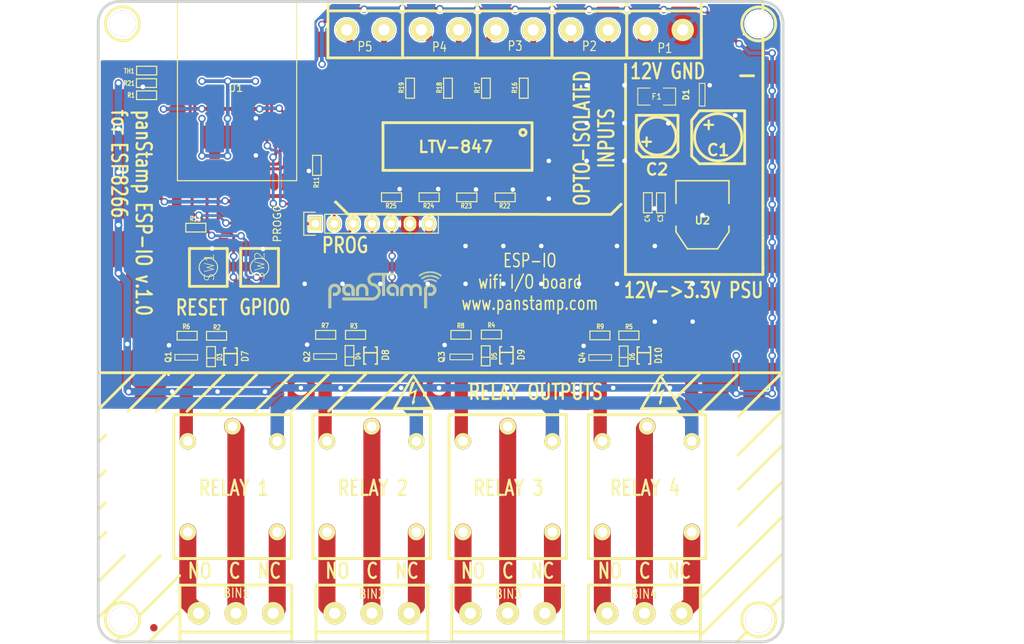
<source format=kicad_pcb>
(kicad_pcb (version 4) (host pcbnew 0.201601211448+6504~42~ubuntu14.04.1-product)
  (title_block (title "IO board for ESP8266") (date 2015-12-03) (rev 1.0) (company "panStamp (www.panstamp.com)"))
  (layers (0 Front signal) (31 Back signal) (34 B.Paste user) (35 F.Paste user) (36 B.SilkS user) (37 F.SilkS user) (38 B.Mask user) (39 F.Mask user) (44 Edge.Cuts user))
  (net 0 "")
  (net 1 +12V)
  (net 2 +3.3V)
  (net 3 /RESET)
  (net 4 /RXD)
  (net 5 /TXD)
  (net 6 BINOUT0)
  (net 7 BINOUT1)
  (net 8 BINOUT2)
  (net 9 BINOUT3)
  (net 10 GND)
  (net 11 "Net-(BIN1-Pad1)")
  (net 12 "Net-(BIN1-Pad2)")
  (net 13 "Net-(BIN1-Pad3)")
  (net 14 "Net-(BIN2-Pad1)")
  (net 15 "Net-(BIN2-Pad2)")
  (net 16 "Net-(BIN2-Pad3)")
  (net 17 "Net-(BIN3-Pad1)")
  (net 18 "Net-(BIN3-Pad2)")
  (net 19 "Net-(BIN3-Pad3)")
  (net 20 "Net-(BIN4-Pad1)")
  (net 21 "Net-(BIN4-Pad2)")
  (net 22 "Net-(BIN4-Pad3)")
  (net 23 "Net-(D3-Pad2)")
  (net 24 "Net-(D3-Pad1)")
  (net 25 "Net-(D4-Pad2)")
  (net 26 "Net-(D4-Pad1)")
  (net 27 "Net-(D5-Pad2)")
  (net 28 "Net-(D5-Pad1)")
  (net 29 "Net-(D10-Pad1)")
  (net 30 "Net-(D6-Pad1)")
  (net 31 "Net-(Q1-Pad2)")
  (net 32 "Net-(Q2-Pad2)")
  (net 33 "Net-(Q3-Pad2)")
  (net 34 "Net-(Q4-Pad2)")
  (net 35 "Net-(R1-Pad1)")
  (net 36 /GPIO2)
  (net 37 /ADC)
  (net 38 /GPIO4)
  (net 39 /GPIO5)
  (net 40 "Net-(P2-Pad1)")
  (net 41 "Net-(P2-Pad2)")
  (net 42 +12C)
  (net 43 "Net-(P3-Pad1)")
  (net 44 "Net-(P3-Pad2)")
  (net 45 "Net-(P4-Pad1)")
  (net 46 "Net-(P4-Pad2)")
  (net 47 "Net-(P5-Pad1)")
  (net 48 "Net-(P5-Pad2)")
  (net 49 /GPIO13)
  (net 50 "Net-(U1-Pad9)")
  (net 51 "Net-(U1-Pad10)")
  (net 52 "Net-(U1-Pad11)")
  (net 53 "Net-(U1-Pad12)")
  (net 54 "Net-(U1-Pad13)")
  (net 55 "Net-(U1-Pad14)")
  (net 56 /GPIO16)
  (net 57 "Net-(R16-Pad1)")
  (net 58 "Net-(R17-Pad1)")
  (net 59 "Net-(R18-Pad1)")
  (net 60 "Net-(R19-Pad1)")
  (module mysmd:DIP16_SMD (layer Front) (at 189.9285 62.3316 180)
    (fp_text reference U8 hide)
    (fp_text value LTV-847 (at 6.6 -0.05 180) (layer F.SilkS) (effects (font (thickness 0.3048))))
    (pad 1 smd rect (at -2.54 4.20116 180) (size 1.50114 1.80086) (layers Front F.Paste F.Mask) (net 57 "Net-(R16-Pad1)"))
    (pad 2 smd rect (at 0 4.20116 180) (size 1.50114 1.80086) (layers Front F.Paste F.Mask) (net 41 "Net-(P2-Pad2)"))
    (pad 3 smd rect (at 2.54 4.20116 180) (size 1.50114 1.80086) (layers Front F.Paste F.Mask) (net 58 "Net-(R17-Pad1)"))
    (pad 14 smd rect (at 2.54 -4.20116 180) (size 1.50114 1.80086) (layers Front F.Paste F.Mask) (net 2 +3.3V))
    (pad 15 smd rect (at 0 -4.20116 180) (size 1.50114 1.80086) (layers Front F.Paste F.Mask) (net 39 /GPIO5))
    (pad 16 smd rect (at -2.54 -4.20116 180) (size 1.50114 1.80086) (layers Front F.Paste F.Mask) (net 2 +3.3V))
    (pad 4 smd rect (at 5.08 4.20116 180) (size 1.50114 1.80086) (layers Front F.Paste F.Mask) (net 44 "Net-(P3-Pad2)"))
    (pad 5 smd rect (at 7.62 4.20116 180) (size 1.50114 1.80086) (layers Front F.Paste F.Mask) (net 59 "Net-(R18-Pad1)"))
    (pad 6 smd rect (at 10.16 4.20116 180) (size 1.50114 1.80086) (layers Front F.Paste F.Mask) (net 46 "Net-(P4-Pad2)"))
    (pad 7 smd rect (at 12.7 4.20116 180) (size 1.50114 1.80086) (layers Front F.Paste F.Mask) (net 60 "Net-(R19-Pad1)"))
    (pad 8 smd rect (at 15.24 4.20116 180) (size 1.50114 1.80086) (layers Front F.Paste F.Mask) (net 48 "Net-(P5-Pad2)"))
    (pad 9 smd rect (at 15.24 -4.20116 180) (size 1.50114 1.80086) (layers Front F.Paste F.Mask) (net 49 /GPIO13))
    (pad 10 smd rect (at 12.7 -4.20116 180) (size 1.50114 1.80086) (layers Front F.Paste F.Mask) (net 2 +3.3V))
    (pad 11 smd rect (at 10.16 -4.20116 180) (size 1.50114 1.80086) (layers Front F.Paste F.Mask) (net 56 /GPIO16))
    (pad 12 smd rect (at 7.62 -4.20116 180) (size 1.50114 1.80086) (layers Front F.Paste F.Mask) (net 2 +3.3V))
    (pad 13 smd rect (at 5.08 -4.20116 180) (size 1.50114 1.80086) (layers Front F.Paste F.Mask) (net 38 /GPIO4))
  )
  (module ESP8266:ESP-12E (layer Front) (at 145.9992 51.3207)
    (fp_text reference U1 (at 7.82574 3.15468) (layer F.SilkS))
    (fp_text value ESP-12E hide)
    (pad 9 smd oval (at 2.99 15.75 90) (size 2.4 1.1) (layers Front F.Paste F.Mask) (net 50 "Net-(U1-Pad9)"))
    (pad 10 smd oval (at 4.99 15.75 90) (size 2.4 1.1) (layers Front F.Paste F.Mask) (net 51 "Net-(U1-Pad10)"))
    (pad 11 smd oval (at 6.99 15.75 90) (size 2.4 1.1) (layers Front F.Paste F.Mask) (net 52 "Net-(U1-Pad11)"))
    (pad 12 smd oval (at 8.99 15.75 90) (size 2.4 1.1) (layers Front F.Paste F.Mask) (net 53 "Net-(U1-Pad12)"))
    (pad 13 smd oval (at 10.99 15.75 90) (size 2.4 1.1) (layers Front F.Paste F.Mask) (net 54 "Net-(U1-Pad13)"))
    (pad 14 smd oval (at 12.99 15.75 90) (size 2.4 1.1) (layers Front F.Paste F.Mask) (net 55 "Net-(U1-Pad14)"))
    (pad 1 smd rect (at 0 0) (size 2.4 1.1) (layers Front F.Paste F.Mask) (net 3 /RESET))
    (pad 2 smd oval (at 0 2) (size 2.4 1.1) (layers Front F.Paste F.Mask) (net 37 /ADC))
    (pad 3 smd oval (at 0 4) (size 2.4 1.1) (layers Front F.Paste F.Mask) (net 35 "Net-(R1-Pad1)"))
    (pad 4 smd oval (at 0 6) (size 2.4 1.1) (layers Front F.Paste F.Mask) (net 56 /GPIO16))
    (pad 5 smd oval (at 0 8) (size 2.4 1.1) (layers Front F.Paste F.Mask) (net 6 BINOUT0))
    (pad 6 smd oval (at 0 10) (size 2.4 1.1) (layers Front F.Paste F.Mask) (net 7 BINOUT1))
    (pad 7 smd oval (at 0 12) (size 2.4 1.1) (layers Front F.Paste F.Mask) (net 49 /GPIO13))
    (pad 8 smd oval (at 0 14) (size 2.4 1.1) (layers Front F.Paste F.Mask) (net 2 +3.3V))
    (pad 15 smd oval (at 16 14) (size 2.4 1.1) (layers Front F.Paste F.Mask) (net 10 GND))
    (pad 16 smd oval (at 16 12) (size 2.4 1.1) (layers Front F.Paste F.Mask) (net 8 BINOUT2))
    (pad 17 smd oval (at 16 10) (size 2.4 1.1) (layers Front F.Paste F.Mask) (net 36 /GPIO2))
    (pad 18 smd oval (at 16 8) (size 2.4 1.1) (layers Front F.Paste F.Mask) (net 9 BINOUT3))
    (pad 19 smd oval (at 16 6) (size 2.4 1.1) (layers Front F.Paste F.Mask) (net 38 /GPIO4))
    (pad 20 smd oval (at 16 4) (size 2.4 1.1) (layers Front F.Paste F.Mask) (net 39 /GPIO5))
    (pad 21 smd oval (at 16 2) (size 2.4 1.1) (layers Front F.Paste F.Mask) (net 4 /RXD))
    (pad 22 smd oval (at 16 0) (size 2.4 1.1) (layers Front F.Paste F.Mask) (net 5 /TXD))
  )
  (module SONGLE_RELAY_10A (layer Front) (at 172.0596 108.0135 270)
    (fp_text reference U4 hide)
    (fp_text value SONGLE_RELAY_10A hide)
    (pad 1 thru_hole circle (at -6.10108 -5.99948 270) (size 2.19964 2.19964) (drill 1.30048) (layers *.Cu *.Mask F.SilkS) (net 42 +12C))
    (pad 2 thru_hole circle (at -8.10006 0 270) (size 2.19964 2.19964) (drill 1.30048) (layers *.Cu *.Mask F.SilkS) (net 15 "Net-(BIN2-Pad2)"))
    (pad 3 thru_hole circle (at -6.10108 5.99948 270) (size 2.19964 2.19964) (drill 1.30048) (layers *.Cu *.Mask F.SilkS) (net 25 "Net-(D4-Pad2)"))
    (pad 4 thru_hole circle (at 6.10108 5.99948 270) (size 2.19964 2.19964) (drill 1.30048) (layers *.Cu *.Mask F.SilkS) (net 14 "Net-(BIN2-Pad1)"))
    (pad 5 thru_hole circle (at 6.10108 -5.99948 270) (size 2.19964 2.19964) (drill 1.30048) (layers *.Cu *.Mask F.SilkS) (net 16 "Net-(BIN2-Pad3)"))
  )
  (module 1pin (layer Front) (at 138.6205 125.857)
    (fp_text reference 1PIN hide)
    (fp_text value P*** hide)
    (pad 1 thru_hole circle (at 0 0) (size 3.50012 3.50012) (drill 3.50012) (layers *.Cu *.Mask F.SilkS))
  )
  (module 1pin (layer Front) (at 224.01022 125.87732)
    (fp_text reference 1PIN hide)
    (fp_text value P*** hide)
    (pad 1 thru_hole circle (at 0 0) (size 3.50012 3.50012) (drill 3.50012) (layers *.Cu *.Mask F.SilkS))
  )
  (module 1pin (layer Front) (at 224.01022 45.86732)
    (fp_text reference 1PIN hide)
    (fp_text value P*** hide)
    (pad 1 thru_hole circle (at 0 0) (size 3.50012 3.50012) (drill 3.50012) (layers *.Cu *.Mask F.SilkS))
  )
  (module 1pin (layer Front) (at 138.6205 45.847)
    (fp_text reference 1PIN hide)
    (fp_text value P*** hide)
    (pad 1 thru_hole circle (at 0 0) (size 3.50012 3.50012) (drill 3.50012) (layers *.Cu *.Mask F.SilkS))
  )
  (module switch-tact-noah (layer Front) (at 150.14956 78.56728 270)
    (fp_text reference SW1 (at 0 -0.127 270) (layer F.SilkS) (effects (font (size 1.27 1.27) (thickness 0.0889))))
    (fp_text value SW_PUSH_SMALL hide)
    (pad 1 smd rect (at -2.49936 -1.75006 270) (size 1.99898 1.00076) (layers Front F.Paste F.Mask) (net 10 GND))
    (pad 3 smd rect (at 2.49936 -1.75006 270) (size 1.99898 1.00076) (layers Front F.Paste F.Mask))
    (pad 2 smd rect (at -2.49936 1.75006 270) (size 1.99898 1.00076) (layers Front F.Paste F.Mask) (net 3 /RESET))
    (pad 4 smd rect (at 2.49936 1.75006 270) (size 1.99898 1.00076) (layers Front F.Paste F.Mask))
  )
  (module SM0603S (layer Front) (at 202.69454 87.69604)
    (fp_text reference R9 (at 0.03556 -1.18364) (layer F.SilkS) (effects (font (size 0.635 0.508) (thickness 0.127))))
    (fp_text value 2k2 hide)
    (pad 2 smd rect (at 0.7493 0) (size 0.7874 0.762) (layers Front F.Paste F.Mask) (net 34 "Net-(Q4-Pad2)"))
    (pad 1 smd rect (at -0.7493 0) (size 0.7874 0.762) (layers Front F.Paste F.Mask) (net 9 BINOUT3))
  )
  (module SM0603S (layer Front) (at 184.0484 87.61984)
    (fp_text reference R8 (at -0.03556 -1.2192) (layer F.SilkS) (effects (font (size 0.635 0.508) (thickness 0.127))))
    (fp_text value 2k2 hide)
    (pad 2 smd rect (at 0.7493 0) (size 0.7874 0.762) (layers Front F.Paste F.Mask) (net 33 "Net-(Q3-Pad2)"))
    (pad 1 smd rect (at -0.7493 0) (size 0.7874 0.762) (layers Front F.Paste F.Mask) (net 8 BINOUT2))
  )
  (module SM0603S (layer Front) (at 165.89248 87.6173)
    (fp_text reference R7 (at -0.08128 -1.2192) (layer F.SilkS) (effects (font (size 0.635 0.508) (thickness 0.127))))
    (fp_text value 2k2 hide)
    (pad 2 smd rect (at 0.7493 0) (size 0.7874 0.762) (layers Front F.Paste F.Mask) (net 32 "Net-(Q2-Pad2)"))
    (pad 1 smd rect (at -0.7493 0) (size 0.7874 0.762) (layers Front F.Paste F.Mask) (net 7 BINOUT1))
  )
  (module SM0603S (layer Front) (at 147.29714 87.7316)
    (fp_text reference R6 (at -0.11684 -1.2192) (layer F.SilkS) (effects (font (size 0.635 0.508) (thickness 0.127))))
    (fp_text value 2k2 hide)
    (pad 2 smd rect (at 0.7493 0) (size 0.7874 0.762) (layers Front F.Paste F.Mask) (net 31 "Net-(Q1-Pad2)"))
    (pad 1 smd rect (at -0.7493 0) (size 0.7874 0.762) (layers Front F.Paste F.Mask) (net 6 BINOUT0))
  )
  (module SM0603S (layer Front) (at 206.58074 87.69604 180)
    (fp_text reference R5 (at -0.01016 1.15824 180) (layer F.SilkS) (effects (font (size 0.635 0.508) (thickness 0.127))))
    (fp_text value 1k5 hide)
    (pad 2 smd rect (at 0.7493 0 180) (size 0.7874 0.762) (layers Front F.Paste F.Mask) (net 30 "Net-(D6-Pad1)"))
    (pad 1 smd rect (at -0.7493 0 180) (size 0.7874 0.762) (layers Front F.Paste F.Mask) (net 42 +12C))
  )
  (module SM0603S (layer Front) (at 188.12764 87.5792 180)
    (fp_text reference R4 (at 0 1.25476 180) (layer F.SilkS) (effects (font (size 0.635 0.508) (thickness 0.127))))
    (fp_text value 1k5 hide)
    (pad 2 smd rect (at 0.7493 0 180) (size 0.7874 0.762) (layers Front F.Paste F.Mask) (net 28 "Net-(D5-Pad1)"))
    (pad 1 smd rect (at -0.7493 0 180) (size 0.7874 0.762) (layers Front F.Paste F.Mask) (net 42 +12C))
  )
  (module SM0603S (layer Front) (at 169.89552 87.62238 180)
    (fp_text reference R3 (at 0.23368 1.17348 180) (layer F.SilkS) (effects (font (size 0.635 0.508) (thickness 0.127))))
    (fp_text value 1k5 hide)
    (pad 2 smd rect (at 0.7493 0 180) (size 0.7874 0.762) (layers Front F.Paste F.Mask) (net 26 "Net-(D4-Pad1)"))
    (pad 1 smd rect (at -0.7493 0 180) (size 0.7874 0.762) (layers Front F.Paste F.Mask) (net 42 +12C))
  )
  (module SM0603S (layer Front) (at 151.2443 87.757)
    (fp_text reference R2 (at 0.0508 -1.143) (layer F.SilkS) (effects (font (size 0.635 0.508) (thickness 0.127))))
    (fp_text value 1k5 hide)
    (pad 2 smd rect (at 0.7493 0) (size 0.7874 0.762) (layers Front F.Paste F.Mask) (net 42 +12C))
    (pad 1 smd rect (at -0.7493 0) (size 0.7874 0.762) (layers Front F.Paste F.Mask) (net 24 "Net-(D3-Pad1)"))
  )
  (module SM0603S (layer Front) (at 209.12328 69.89064 270)
    (fp_text reference C4 (at 2.0828 0.0508 270) (layer F.SilkS) (effects (font (size 0.635 0.508) (thickness 0.127))))
    (fp_text value 100n hide)
    (pad 2 smd rect (at 0.7493 0 270) (size 0.7874 0.762) (layers Front F.Paste F.Mask) (net 10 GND))
    (pad 1 smd rect (at -0.7493 0 270) (size 0.7874 0.762) (layers Front F.Paste F.Mask) (net 2 +3.3V))
  )
  (module SM0603S (layer Front) (at 210.8708 69.89572 270)
    (fp_text reference C3 (at 2.0828 0.0508 270) (layer F.SilkS) (effects (font (size 0.635 0.508) (thickness 0.127))))
    (fp_text value 1u hide)
    (pad 2 smd rect (at 0.7493 0 270) (size 0.7874 0.762) (layers Front F.Paste F.Mask) (net 10 GND))
    (pad 1 smd rect (at -0.7493 0 270) (size 0.7874 0.762) (layers Front F.Paste F.Mask) (net 2 +3.3V))
  )
  (module SMDCPOL_5 (layer Front) (at 210.37296 60.9346 90)
    (fp_text reference C2 (at -4.47294 -0.0127 180) (layer F.SilkS) (effects (font (thickness 0.3048))))
    (fp_text value 22u hide)
    (fp_text user + (at -0.762 -1.524 90) (layer F.SilkS) (effects (font (thickness 0.3048))))
    (pad 1 smd rect (at -1.778 0 90) (size 2.49936 1.00076) (layers Front F.Paste F.Mask) (net 2 +3.3V))
    (pad 2 smd rect (at 1.778 0 90) (size 2.49936 1.00076) (layers Front F.Paste F.Mask) (net 10 GND))
  )
  (module SMDCPOL_6.3 (layer Front) (at 218.56192 61.087)
    (fp_text reference C1 (at 0 1.7272) (layer F.SilkS) (effects (font (thickness 0.3048))))
    (fp_text value 47u hide)
    (fp_text user + (at -1.27 -1.778) (layer F.SilkS) (effects (font (thickness 0.3048))))
    (pad 2 smd rect (at 2.286 0) (size 2.79908 1.00076) (layers Front F.Paste F.Mask) (net 10 GND))
    (pad 1 smd rect (at -2.286 0) (size 2.79908 1.00076) (layers Front F.Paste F.Mask) (net 42 +12C))
  )
  (module SOT223 (layer Front) (at 216.45372 71.501 180)
    (fp_text reference U2 (at 0 -0.762 180) (layer F.SilkS) (effects (font (size 1.016 1.016) (thickness 0.2032))))
    (fp_text value UA78M33 hide)
    (pad 4 smd rect (at 0 -3.302 180) (size 3.6576 2.032) (layers Front F.Paste F.Mask) (net 10 GND))
    (pad 2 smd rect (at 0 3.302 180) (size 1.016 2.032) (layers Front F.Paste F.Mask) (net 10 GND))
    (pad 3 smd rect (at 2.286 3.302 180) (size 1.016 2.032) (layers Front F.Paste F.Mask) (net 2 +3.3V))
    (pad 1 smd rect (at -2.286 3.302 180) (size 1.016 2.032) (layers Front F.Paste F.Mask) (net 42 +12C))
  )
  (module SOT23EBC (layer Front) (at 202.7301 90.66784)
    (fp_text reference Q4 (at -2.4384 0.01016 90) (layer F.SilkS) (effects (font (size 0.762 0.762) (thickness 0.1524))))
    (fp_text value NPN hide)
    (pad 1 smd rect (at -0.889 -1.016) (size 0.9144 0.9144) (layers Front F.Paste F.Mask) (net 10 GND))
    (pad 2 smd rect (at 0.889 -1.016) (size 0.9144 0.9144) (layers Front F.Paste F.Mask) (net 34 "Net-(Q4-Pad2)"))
    (pad 3 smd rect (at 0 1.016) (size 0.9144 0.9144) (layers Front F.Paste F.Mask) (net 29 "Net-(D10-Pad1)"))
  )
  (module SOT23EBC (layer Front) (at 184.08904 90.59164)
    (fp_text reference Q3 (at -2.63144 0 90) (layer F.SilkS) (effects (font (size 0.762 0.762) (thickness 0.1524))))
    (fp_text value NPN hide)
    (pad 1 smd rect (at -0.889 -1.016) (size 0.9144 0.9144) (layers Front F.Paste F.Mask) (net 10 GND))
    (pad 2 smd rect (at 0.889 -1.016) (size 0.9144 0.9144) (layers Front F.Paste F.Mask) (net 33 "Net-(Q3-Pad2)"))
    (pad 3 smd rect (at 0 1.016) (size 0.9144 0.9144) (layers Front F.Paste F.Mask) (net 27 "Net-(D5-Pad2)"))
  )
  (module SOT23EBC (layer Front) (at 165.8112 90.52814)
    (fp_text reference Q2 (at -2.4384 0.03556 90) (layer F.SilkS) (effects (font (size 0.762 0.762) (thickness 0.1524))))
    (fp_text value NPN hide)
    (pad 1 smd rect (at -0.889 -1.016) (size 0.9144 0.9144) (layers Front F.Paste F.Mask) (net 10 GND))
    (pad 2 smd rect (at 0.889 -1.016) (size 0.9144 0.9144) (layers Front F.Paste F.Mask) (net 32 "Net-(Q2-Pad2)"))
    (pad 3 smd rect (at 0 1.016) (size 0.9144 0.9144) (layers Front F.Paste F.Mask) (net 25 "Net-(D4-Pad2)"))
  )
  (module SOT23EBC (layer Front) (at 147.18538 90.63736)
    (fp_text reference Q1 (at -2.41808 -0.03556 90) (layer F.SilkS) (effects (font (size 0.762 0.762) (thickness 0.1524))))
    (fp_text value NPN hide)
    (pad 1 smd rect (at -0.889 -1.016) (size 0.9144 0.9144) (layers Front F.Paste F.Mask) (net 10 GND))
    (pad 2 smd rect (at 0.889 -1.016) (size 0.9144 0.9144) (layers Front F.Paste F.Mask) (net 31 "Net-(Q1-Pad2)"))
    (pad 3 smd rect (at 0 1.016) (size 0.9144 0.9144) (layers Front F.Paste F.Mask) (net 23 "Net-(D3-Pad2)"))
  )
  (module terminal_block_5mm_2P (layer Front) (at 211.28736 46.64964 180)
    (fp_text reference P1 (at -0.127 -2.4765 180) (layer F.SilkS) (effects (font (size 1.27 1.016) (thickness 0.1524))))
    (fp_text value CONN_2 hide)
    (pad 1 thru_hole circle (at -2.51714 -0.0254 180) (size 2.99974 2.99974) (drill 1.4986) (layers *.Cu *.Mask F.SilkS) (net 10 GND))
    (pad 2 thru_hole circle (at 2.48412 -0.0254 180) (size 2.99974 2.99974) (drill 1.4986) (layers *.Cu *.Mask F.SilkS) (net 1 +12V))
  )
  (module terminal_block_5mm_3P (layer Front) (at 208.6864 125.0315)
    (fp_text reference BIN4 (at -0.0635 -2.6035) (layer F.SilkS) (effects (font (size 1.27 1.016) (thickness 0.1524))))
    (fp_text value CONN_3 hide)
    (pad 1 thru_hole circle (at -5.01904 -0.0254) (size 2.99974 2.99974) (drill 1.4986) (layers *.Cu *.Mask F.SilkS) (net 20 "Net-(BIN4-Pad1)"))
    (pad 2 thru_hole circle (at -0.01778 -0.0254) (size 2.99974 2.99974) (drill 1.4986) (layers *.Cu *.Mask F.SilkS) (net 21 "Net-(BIN4-Pad2)"))
    (pad 3 thru_hole circle (at 4.98094 -0.0254) (size 2.99974 2.99974) (drill 1.4986) (layers *.Cu *.Mask F.SilkS) (net 22 "Net-(BIN4-Pad3)"))
  )
  (module terminal_block_5mm_3P (layer Front) (at 190.3349 125.0315)
    (fp_text reference BIN3 (at 0.0635 -2.6035) (layer F.SilkS) (effects (font (size 1.27 1.016) (thickness 0.1524))))
    (fp_text value CONN_3 hide)
    (pad 1 thru_hole circle (at -5.01904 -0.0254) (size 2.99974 2.99974) (drill 1.4986) (layers *.Cu *.Mask F.SilkS) (net 17 "Net-(BIN3-Pad1)"))
    (pad 2 thru_hole circle (at -0.01778 -0.0254) (size 2.99974 2.99974) (drill 1.4986) (layers *.Cu *.Mask F.SilkS) (net 18 "Net-(BIN3-Pad2)"))
    (pad 3 thru_hole circle (at 4.98094 -0.0254) (size 2.99974 2.99974) (drill 1.4986) (layers *.Cu *.Mask F.SilkS) (net 19 "Net-(BIN3-Pad3)"))
  )
  (module terminal_block_5mm_3P (layer Front) (at 172.1104 125.0315)
    (fp_text reference BIN2 (at 0 -2.6035) (layer F.SilkS) (effects (font (size 1.27 1.016) (thickness 0.1524))))
    (fp_text value CONN_3 hide)
    (pad 1 thru_hole circle (at -5.01904 -0.0254) (size 2.99974 2.99974) (drill 1.4986) (layers *.Cu *.Mask F.SilkS) (net 14 "Net-(BIN2-Pad1)"))
    (pad 2 thru_hole circle (at -0.01778 -0.0254) (size 2.99974 2.99974) (drill 1.4986) (layers *.Cu *.Mask F.SilkS) (net 15 "Net-(BIN2-Pad2)"))
    (pad 3 thru_hole circle (at 4.98094 -0.0254) (size 2.99974 2.99974) (drill 1.4986) (layers *.Cu *.Mask F.SilkS) (net 16 "Net-(BIN2-Pad3)"))
  )
  (module terminal_block_5mm_3P (layer Front) (at 153.8605 125.0315)
    (fp_text reference BIN1 (at 0.0635 -2.7305) (layer F.SilkS) (effects (font (size 1.27 1.016) (thickness 0.1524))))
    (fp_text value CONN_3 hide)
    (pad 1 thru_hole circle (at -5.01904 -0.0254) (size 2.99974 2.99974) (drill 1.4986) (layers *.Cu *.Mask F.SilkS) (net 11 "Net-(BIN1-Pad1)"))
    (pad 2 thru_hole circle (at -0.01778 -0.0254) (size 2.99974 2.99974) (drill 1.4986) (layers *.Cu *.Mask F.SilkS) (net 12 "Net-(BIN1-Pad2)"))
    (pad 3 thru_hole circle (at 4.98094 -0.0254) (size 2.99974 2.99974) (drill 1.4986) (layers *.Cu *.Mask F.SilkS) (net 13 "Net-(BIN1-Pad3)"))
  )
  (module SOD323 (layer Front) (at 153.1239 90.5256 270)
    (fp_text reference D7 (at -0.0254 -1.9558 270) (layer F.SilkS) (effects (font (size 0.889 0.762) (thickness 0.1524))))
    (fp_text value DIODE hide)
    (pad 1 smd rect (at 1.09982 0 270) (size 1.00076 1.00076) (layers Front F.Paste F.Mask) (net 23 "Net-(D3-Pad2)"))
    (pad 2 smd rect (at -1.09982 0 270) (size 1.00076 1.00076) (layers Front F.Paste F.Mask) (net 42 +12C))
  )
  (module SOD323 (layer Front) (at 171.9072 90.4113 270)
    (fp_text reference D8 (at -0.0762 -2.02184 270) (layer F.SilkS) (effects (font (size 0.889 0.762) (thickness 0.1524))))
    (fp_text value DIODE hide)
    (pad 1 smd rect (at 1.09982 0 270) (size 1.00076 1.00076) (layers Front F.Paste F.Mask) (net 25 "Net-(D4-Pad2)"))
    (pad 2 smd rect (at -1.09982 0 270) (size 1.00076 1.00076) (layers Front F.Paste F.Mask) (net 42 +12C))
  )
  (module SOD323 (layer Front) (at 190.1444 90.36304 270)
    (fp_text reference D9 (at -0.0762 -1.9812 270) (layer F.SilkS) (effects (font (size 0.889 0.762) (thickness 0.1524))))
    (fp_text value DIODE hide)
    (pad 1 smd rect (at 1.09982 0 270) (size 1.00076 1.00076) (layers Front F.Paste F.Mask) (net 27 "Net-(D5-Pad2)"))
    (pad 2 smd rect (at -1.09982 0 270) (size 1.00076 1.00076) (layers Front F.Paste F.Mask) (net 42 +12C))
  )
  (module SOD323 (layer Front) (at 208.5975 90.3986 270)
    (fp_text reference D10 (at 0 -1.94564 270) (layer F.SilkS) (effects (font (size 0.889 0.762) (thickness 0.1524))))
    (fp_text value DIODE hide)
    (pad 1 smd rect (at 1.09982 0 270) (size 1.00076 1.00076) (layers Front F.Paste F.Mask) (net 29 "Net-(D10-Pad1)"))
    (pad 2 smd rect (at -1.09982 0 270) (size 1.00076 1.00076) (layers Front F.Paste F.Mask) (net 42 +12C))
  )
  (module SONGLE_RELAY_10A (layer Front) (at 209.0166 108.0135 270)
    (fp_text reference U6 hide)
    (fp_text value SONGLE_RELAY_10A hide)
    (pad 1 thru_hole circle (at -6.10108 -5.99948 270) (size 2.19964 2.19964) (drill 1.30048) (layers *.Cu *.Mask F.SilkS) (net 42 +12C))
    (pad 2 thru_hole circle (at -8.10006 0 270) (size 2.19964 2.19964) (drill 1.30048) (layers *.Cu *.Mask F.SilkS) (net 21 "Net-(BIN4-Pad2)"))
    (pad 3 thru_hole circle (at -6.10108 5.99948 270) (size 2.19964 2.19964) (drill 1.30048) (layers *.Cu *.Mask F.SilkS) (net 29 "Net-(D10-Pad1)"))
    (pad 4 thru_hole circle (at 6.10108 5.99948 270) (size 2.19964 2.19964) (drill 1.30048) (layers *.Cu *.Mask F.SilkS) (net 20 "Net-(BIN4-Pad1)"))
    (pad 5 thru_hole circle (at 6.10108 -5.99948 270) (size 2.19964 2.19964) (drill 1.30048) (layers *.Cu *.Mask F.SilkS) (net 22 "Net-(BIN4-Pad3)"))
  )
  (module SONGLE_RELAY_10A (layer Front) (at 190.3222 108.0135 270)
    (fp_text reference U5 hide)
    (fp_text value SONGLE_RELAY_10A hide)
    (pad 1 thru_hole circle (at -6.10108 -5.99948 270) (size 2.19964 2.19964) (drill 1.30048) (layers *.Cu *.Mask F.SilkS) (net 42 +12C))
    (pad 2 thru_hole circle (at -8.10006 0 270) (size 2.19964 2.19964) (drill 1.30048) (layers *.Cu *.Mask F.SilkS) (net 18 "Net-(BIN3-Pad2)"))
    (pad 3 thru_hole circle (at -6.10108 5.99948 270) (size 2.19964 2.19964) (drill 1.30048) (layers *.Cu *.Mask F.SilkS) (net 27 "Net-(D5-Pad2)"))
    (pad 4 thru_hole circle (at 6.10108 5.99948 270) (size 2.19964 2.19964) (drill 1.30048) (layers *.Cu *.Mask F.SilkS) (net 17 "Net-(BIN3-Pad1)"))
    (pad 5 thru_hole circle (at 6.10108 -5.99948 270) (size 2.19964 2.19964) (drill 1.30048) (layers *.Cu *.Mask F.SilkS) (net 19 "Net-(BIN3-Pad3)"))
  )
  (module SONGLE_RELAY_10A (layer Front) (at 153.3906 108.0135 270)
    (fp_text reference U3 hide)
    (fp_text value SONGLE_RELAY_10A hide)
    (pad 1 thru_hole circle (at -6.10108 -5.99948 270) (size 2.19964 2.19964) (drill 1.30048) (layers *.Cu *.Mask F.SilkS) (net 42 +12C))
    (pad 2 thru_hole circle (at -8.10006 0 270) (size 2.19964 2.19964) (drill 1.30048) (layers *.Cu *.Mask F.SilkS) (net 12 "Net-(BIN1-Pad2)"))
    (pad 3 thru_hole circle (at -6.10108 5.99948 270) (size 2.19964 2.19964) (drill 1.30048) (layers *.Cu *.Mask F.SilkS) (net 23 "Net-(D3-Pad2)"))
    (pad 4 thru_hole circle (at 6.10108 5.99948 270) (size 2.19964 2.19964) (drill 1.30048) (layers *.Cu *.Mask F.SilkS) (net 11 "Net-(BIN1-Pad1)"))
    (pad 5 thru_hole circle (at 6.10108 -5.99948 270) (size 2.19964 2.19964) (drill 1.30048) (layers *.Cu *.Mask F.SilkS) (net 13 "Net-(BIN1-Pad3)"))
  )
  (module SM0603S_POL (layer Front) (at 150.5077 90.551 270)
    (fp_text reference D3 (at 0.0635 -1.1557 270) (layer F.SilkS) (effects (font (size 0.635 0.508) (thickness 0.127))))
    (fp_text value LED hide)
    (pad 2 smd rect (at 0.7493 0 270) (size 0.7874 0.762) (layers Front F.Paste F.Mask) (net 23 "Net-(D3-Pad2)"))
    (pad 1 smd rect (at -0.7493 0 270) (size 0.7874 0.762) (layers Front F.Paste F.Mask) (net 24 "Net-(D3-Pad1)"))
  )
  (module SM0603S_POL (layer Front) (at 169.0878 90.4113 270)
    (fp_text reference D4 (at 0.0635 -1.1557 270) (layer F.SilkS) (effects (font (size 0.635 0.508) (thickness 0.127))))
    (fp_text value LED hide)
    (pad 2 smd rect (at 0.7493 0 270) (size 0.7874 0.762) (layers Front F.Paste F.Mask) (net 25 "Net-(D4-Pad2)"))
    (pad 1 smd rect (at -0.7493 0 270) (size 0.7874 0.762) (layers Front F.Paste F.Mask) (net 26 "Net-(D4-Pad1)"))
  )
  (module SM0603S_POL (layer Front) (at 187.36564 90.43924 270)
    (fp_text reference D5 (at 0.0635 -1.1557 270) (layer F.SilkS) (effects (font (size 0.635 0.508) (thickness 0.127))))
    (fp_text value LED hide)
    (pad 2 smd rect (at 0.7493 0 270) (size 0.7874 0.762) (layers Front F.Paste F.Mask) (net 27 "Net-(D5-Pad2)"))
    (pad 1 smd rect (at -0.7493 0 270) (size 0.7874 0.762) (layers Front F.Paste F.Mask) (net 28 "Net-(D5-Pad1)"))
  )
  (module SM0603S_POL (layer Front) (at 205.8797 90.4748 270)
    (fp_text reference D6 (at 0.0635 -1.1557 270) (layer F.SilkS) (effects (font (size 0.635 0.508) (thickness 0.127))))
    (fp_text value LED hide)
    (pad 2 smd rect (at 0.7493 0 270) (size 0.7874 0.762) (layers Front F.Paste F.Mask) (net 29 "Net-(D10-Pad1)"))
    (pad 1 smd rect (at -0.7493 0 270) (size 0.7874 0.762) (layers Front F.Paste F.Mask) (net 30 "Net-(D6-Pad1)"))
  )
  (module LOGO (layer Front) (at 177.60696 95.28556)
    (fp_text reference G*** hide)
    (fp_text value LOGO hide)
  )
  (module LOGO (layer Front) (at 210.7692 95.3008)
    (fp_text reference G*** hide)
    (fp_text value LOGO hide)
  )
  (module PANSTAMPLOGO (layer Front) (at 166.243 78.7908)
    (fp_text reference G*** hide)
    (fp_text value PANSTAMPLOGO hide)
  )
  (module mymods:fiducial (layer Front) (at 142.83 126.96)
    (fp_text reference fiducial hide)
    (fp_text value VAL** hide)
    (pad 1 smd circle (at 0 0) (size 1 1) (layers Front F.Mask) (clearance 0.5))
  )
  (module mymods:fiducial (layer Front) (at 219.78672 44.86032)
    (fp_text reference fiducial hide)
    (fp_text value VAL** hide)
    (pad 1 smd circle (at 0 0) (size 1 1) (layers Front F.Mask) (clearance 0.5))
  )
  (module mysmd:SM0603S (layer Front) (at 141.85392 55.44312 180)
    (fp_text reference R1 (at 2.07264 0 180) (layer F.SilkS) (effects (font (size 0.635 0.508) (thickness 0.127))))
    (fp_text value 10k hide)
    (pad 2 smd rect (at 0.7493 0 180) (size 0.7874 0.762) (layers Front F.Paste F.Mask) (net 2 +3.3V))
    (pad 1 smd rect (at -0.7493 0 180) (size 0.7874 0.762) (layers Front F.Paste F.Mask) (net 35 "Net-(R1-Pad1)"))
  )
  (module mysmd:SM0603S (layer Front) (at 164.71392 64.86144 90)
    (fp_text reference R11 (at -2.29616 -0.06604 90) (layer F.SilkS) (effects (font (size 0.635 0.508) (thickness 0.127))))
    (fp_text value 10k hide)
    (pad 2 smd rect (at 0.7493 0 90) (size 0.7874 0.762) (layers Front F.Paste F.Mask) (net 8 BINOUT2))
    (pad 1 smd rect (at -0.7493 0 90) (size 0.7874 0.762) (layers Front F.Paste F.Mask) (net 10 GND))
  )
  (module mysmd:SM0603S (layer Front) (at 148.46808 73.2282 180)
    (fp_text reference R13 (at 0.06096 1.18872 180) (layer F.SilkS) (effects (font (size 0.635 0.508) (thickness 0.127))))
    (fp_text value 10k hide)
    (pad 2 smd rect (at 0.7493 0 180) (size 0.7874 0.762) (layers Front F.Paste F.Mask) (net 2 +3.3V))
    (pad 1 smd rect (at -0.7493 0 180) (size 0.7874 0.762) (layers Front F.Paste F.Mask) (net 3 /RESET))
  )
  (module mysmd:SM0603S (layer Front) (at 192.47 54.5 90)
    (fp_text reference R16 (at 0.06 -1.22 90) (layer F.SilkS) (effects (font (size 0.635 0.508) (thickness 0.127))))
    (fp_text value 1k hide)
    (pad 2 smd rect (at 0.7493 0 90) (size 0.7874 0.762) (layers Front F.Paste F.Mask) (net 40 "Net-(P2-Pad1)"))
    (pad 1 smd rect (at -0.7493 0 90) (size 0.7874 0.762) (layers Front F.Paste F.Mask) (net 57 "Net-(R16-Pad1)"))
  )
  (module mysmd:SM0603S (layer Front) (at 187.39 54.5 90)
    (fp_text reference R17 (at 0.0635 -1.1557 90) (layer F.SilkS) (effects (font (size 0.635 0.508) (thickness 0.127))))
    (fp_text value 1k hide)
    (pad 2 smd rect (at 0.7493 0 90) (size 0.7874 0.762) (layers Front F.Paste F.Mask) (net 43 "Net-(P3-Pad1)"))
    (pad 1 smd rect (at -0.7493 0 90) (size 0.7874 0.762) (layers Front F.Paste F.Mask) (net 58 "Net-(R17-Pad1)"))
  )
  (module mysmd:SM0603S (layer Front) (at 182.3 54.5 90)
    (fp_text reference R18 (at 0.0635 -1.1557 90) (layer F.SilkS) (effects (font (size 0.635 0.508) (thickness 0.127))))
    (fp_text value 1k hide)
    (pad 2 smd rect (at 0.7493 0 90) (size 0.7874 0.762) (layers Front F.Paste F.Mask) (net 45 "Net-(P4-Pad1)"))
    (pad 1 smd rect (at -0.7493 0 90) (size 0.7874 0.762) (layers Front F.Paste F.Mask) (net 59 "Net-(R18-Pad1)"))
  )
  (module mysmd:SM0603S (layer Front) (at 177.22 54.5 90)
    (fp_text reference R19 (at 0.0635 -1.1557 90) (layer F.SilkS) (effects (font (size 0.635 0.508) (thickness 0.127))))
    (fp_text value 1k hide)
    (pad 2 smd rect (at 0.7493 0 90) (size 0.7874 0.762) (layers Front F.Paste F.Mask) (net 47 "Net-(P5-Pad1)"))
    (pad 1 smd rect (at -0.7493 0 90) (size 0.7874 0.762) (layers Front F.Paste F.Mask) (net 60 "Net-(R19-Pad1)"))
  )
  (module mysmd:SM0603S (layer Front) (at 141.83868 53.81244 180)
    (fp_text reference R21 (at 2.31648 -0.03048 180) (layer F.SilkS) (effects (font (size 0.635 0.508) (thickness 0.127))))
    (fp_text value 10k hide)
    (pad 2 smd rect (at 0.7493 0 180) (size 0.7874 0.762) (layers Front F.Paste F.Mask) (net 10 GND))
    (pad 1 smd rect (at -0.7493 0 180) (size 0.7874 0.762) (layers Front F.Paste F.Mask) (net 37 /ADC))
  )
  (module switch-tact-noah (layer Front) (at 157.01772 78.5622 270)
    (fp_text reference SW2 (at -0.1905 -0.03048 270) (layer F.SilkS) (effects (font (size 1.27 1.27) (thickness 0.0889))))
    (fp_text value SW_PUSH_SMALL hide)
    (pad 1 smd rect (at -2.49936 -1.75006 270) (size 1.99898 1.00076) (layers Front F.Paste F.Mask) (net 10 GND))
    (pad 3 smd rect (at 2.49936 -1.75006 270) (size 1.99898 1.00076) (layers Front F.Paste F.Mask))
    (pad 2 smd rect (at -2.49936 1.75006 270) (size 1.99898 1.00076) (layers Front F.Paste F.Mask) (net 9 BINOUT3))
    (pad 4 smd rect (at 2.49936 1.75006 270) (size 1.99898 1.00076) (layers Front F.Paste F.Mask))
  )
  (module mysmd:SM0603S (layer Front) (at 141.86916 52.13604)
    (fp_text reference TH1 (at -2.35458 0.06096) (layer F.SilkS) (effects (font (size 0.635 0.508) (thickness 0.127))))
    (fp_text value THERMISTOR hide)
    (pad 2 smd rect (at 0.7493 0) (size 0.7874 0.762) (layers Front F.Paste F.Mask) (net 37 /ADC))
    (pad 1 smd rect (at -0.7493 0) (size 0.7874 0.762) (layers Front F.Paste F.Mask) (net 2 +3.3V))
  )
  (module mysmd:SM0603S (layer Front) (at 189.98184 69.15912 180)
    (fp_text reference R22 (at 0.0635 -1.1557 180) (layer F.SilkS) (effects (font (size 0.635 0.508) (thickness 0.127))))
    (fp_text value 10k hide)
    (pad 2 smd rect (at 0.7493 0 180) (size 0.7874 0.762) (layers Front F.Paste F.Mask) (net 39 /GPIO5))
    (pad 1 smd rect (at -0.7493 0 180) (size 0.7874 0.762) (layers Front F.Paste F.Mask) (net 10 GND))
  )
  (module mysmd:SM0603S (layer Front) (at 184.83072 69.15912 180)
    (fp_text reference R23 (at 0.0635 -1.1557 180) (layer F.SilkS) (effects (font (size 0.635 0.508) (thickness 0.127))))
    (fp_text value 10k hide)
    (pad 2 smd rect (at 0.7493 0 180) (size 0.7874 0.762) (layers Front F.Paste F.Mask) (net 38 /GPIO4))
    (pad 1 smd rect (at -0.7493 0 180) (size 0.7874 0.762) (layers Front F.Paste F.Mask) (net 10 GND))
  )
  (module mysmd:SM0603S (layer Front) (at 179.77104 69.14388 180)
    (fp_text reference R24 (at 0.0635 -1.1557 180) (layer F.SilkS) (effects (font (size 0.635 0.508) (thickness 0.127))))
    (fp_text value 10k hide)
    (pad 2 smd rect (at 0.7493 0 180) (size 0.7874 0.762) (layers Front F.Paste F.Mask) (net 56 /GPIO16))
    (pad 1 smd rect (at -0.7493 0 180) (size 0.7874 0.762) (layers Front F.Paste F.Mask) (net 10 GND))
  )
  (module mysmd:SM0603S (layer Front) (at 174.7266 69.14388 180)
    (fp_text reference R25 (at 0.0635 -1.1557 180) (layer F.SilkS) (effects (font (size 0.635 0.508) (thickness 0.127))))
    (fp_text value 10k hide)
    (pad 2 smd rect (at 0.7493 0 180) (size 0.7874 0.762) (layers Front F.Paste F.Mask) (net 49 /GPIO13))
    (pad 1 smd rect (at -0.7493 0 180) (size 0.7874 0.762) (layers Front F.Paste F.Mask) (net 10 GND))
  )
  (module myconnectors:terminal_block_5mm_2P (layer Front) (at 201.28 46.66 180)
    (fp_text reference P2 (at 0 -2.2 180) (layer F.SilkS) (effects (font (size 1.27 1.016) (thickness 0.1524))))
    (fp_text value CONN_01X02 hide)
    (pad 1 thru_hole circle (at -2.51714 -0.0254 180) (size 2.99974 2.99974) (drill 1.4986) (layers *.Cu *.Mask F.SilkS) (net 40 "Net-(P2-Pad1)"))
    (pad 2 thru_hole circle (at 2.48412 -0.0254 180) (size 2.99974 2.99974) (drill 1.4986) (layers *.Cu *.Mask F.SilkS) (net 41 "Net-(P2-Pad2)"))
  )
  (module myconnectors:terminal_block_5mm_2P (layer Front) (at 191.23 46.65 180)
    (fp_text reference P3 (at -0.08 -2.19 180) (layer F.SilkS) (effects (font (size 1.27 1.016) (thickness 0.1524))))
    (fp_text value CONN_01X02 hide)
    (pad 1 thru_hole circle (at -2.51714 -0.0254 180) (size 2.99974 2.99974) (drill 1.4986) (layers *.Cu *.Mask F.SilkS) (net 43 "Net-(P3-Pad1)"))
    (pad 2 thru_hole circle (at 2.48412 -0.0254 180) (size 2.99974 2.99974) (drill 1.4986) (layers *.Cu *.Mask F.SilkS) (net 44 "Net-(P3-Pad2)"))
  )
  (module myconnectors:terminal_block_5mm_2P (layer Front) (at 181.22 46.63 180)
    (fp_text reference P4 (at 0.06 -2.35 180) (layer F.SilkS) (effects (font (size 1.27 1.016) (thickness 0.1524))))
    (fp_text value CONN_01X02 hide)
    (pad 1 thru_hole circle (at -2.51714 -0.0254 180) (size 2.99974 2.99974) (drill 1.4986) (layers *.Cu *.Mask F.SilkS) (net 45 "Net-(P4-Pad1)"))
    (pad 2 thru_hole circle (at 2.48412 -0.0254 180) (size 2.99974 2.99974) (drill 1.4986) (layers *.Cu *.Mask F.SilkS) (net 46 "Net-(P4-Pad2)"))
  )
  (module myconnectors:terminal_block_5mm_2P (layer Front) (at 171.2 46.63 180)
    (fp_text reference P5 (at 0.04 -2.29 180) (layer F.SilkS) (effects (font (size 1.27 1.016) (thickness 0.1524))))
    (fp_text value CONN_01X02 hide)
    (pad 1 thru_hole circle (at -2.51714 -0.0254 180) (size 2.99974 2.99974) (drill 1.4986) (layers *.Cu *.Mask F.SilkS) (net 47 "Net-(P5-Pad1)"))
    (pad 2 thru_hole circle (at 2.48412 -0.0254 180) (size 2.99974 2.99974) (drill 1.4986) (layers *.Cu *.Mask F.SilkS) (net 48 "Net-(P5-Pad2)"))
  )
  (module Pin_Headers:Pin_Header_Straight_1x07 (layer Front) (at 164.5 72.7 90)
    (fp_text reference PROG0 (at 0 -5.1 90) (layer F.SilkS))
    (fp_text value CONN_01X07)
    (pad 1 thru_hole rect (at 0 0 90) (size 2.032 1.7272) (drill 1.016) (layers *.Cu *.Mask F.SilkS) (net 4 /RXD))
    (pad 2 thru_hole oval (at 0 2.54 90) (size 2.032 1.7272) (drill 1.016) (layers *.Cu *.Mask F.SilkS) (net 5 /TXD))
    (pad 3 thru_hole oval (at 0 5.08 90) (size 2.032 1.7272) (drill 1.016) (layers *.Cu *.Mask F.SilkS) (net 8 BINOUT2))
    (pad 4 thru_hole oval (at 0 7.62 90) (size 2.032 1.7272) (drill 1.016) (layers *.Cu *.Mask F.SilkS) (net 3 /RESET))
    (pad 5 thru_hole oval (at 0 10.16 90) (size 2.032 1.7272) (drill 1.016) (layers *.Cu *.Mask F.SilkS) (net 9 BINOUT3))
    (pad 6 thru_hole oval (at 0 12.7 90) (size 2.032 1.7272) (drill 1.016) (layers *.Cu *.Mask F.SilkS) (net 10 GND))
    (pad 7 thru_hole oval (at 0 15.24 90) (size 2.032 1.7272) (drill 1.016) (layers *.Cu *.Mask F.SilkS) (net 2 +3.3V))
  )
  (module mysmd:SOT23 (layer Front) (at 216.408 55.372 90)
    (fp_text reference D1 (at 0 -2.159 90) (layer F.SilkS) (effects (font (size 0.762 0.762) (thickness 0.1905))))
    (fp_text value D_Schottky_x2_ACom_KKA hide)
    (pad 2 smd rect (at -0.889 -1.016 90) (size 0.9144 0.9144) (layers Front F.Paste F.Mask) (net 42 +12C))
    (pad 1 smd rect (at 0.889 -1.016 90) (size 0.9144 0.9144) (layers Front F.Paste F.Mask) (net 42 +12C))
    (pad 3 smd rect (at 0 1.016 90) (size 0.9144 0.9144) (layers Front F.Paste F.Mask) (net 10 GND))
  )
  (module libcms:SM1206 (layer Front) (at 210.312 55.626)
    (fp_text reference F1 (at 0 0) (layer F.SilkS) (effects (font (size 0.762 0.762) (thickness 0.127))))
    (fp_text value FUSE hide)
    (pad 1 smd rect (at -1.651 0) (size 1.524 2.032) (layers Front F.Paste F.Mask) (net 1 +12V))
    (pad 2 smd rect (at 1.651 0) (size 1.524 2.032) (layers Front F.Paste F.Mask) (net 42 +12C))
  )
  (gr_line (start 227.076 92.71) (end 135.382 92.71) (angle 90) (layer F.SilkS) (width 0.381))
  (gr_line (start 167.259 69.7992) (end 167.1828 69.7992) (angle 90) (layer F.SilkS) (width 0.381))
  (gr_line (start 168.8846 71.4248) (end 167.259 69.7992) (angle 90) (layer F.SilkS) (width 0.381))
  (gr_line (start 174.371 71.4248) (end 168.8846 71.4248) (angle 90) (layer F.SilkS) (width 0.381))
  (gr_line (start 174.35 71.45) (end 174.37 71.47) (angle 90) (layer F.SilkS) (width 0.381))
  (gr_line (start 179.95 71.45) (end 174.35 71.45) (angle 90) (layer F.SilkS) (width 0.381))
  (gr_line (start 204.17 71.45) (end 205.53 70.09) (angle 90) (layer F.SilkS) (width 0.381))
  (gr_line (start 194.67 71.45) (end 204.17 71.45) (angle 90) (layer F.SilkS) (width 0.381))
  (gr_line (start 206.13 51.31) (end 206.14 51.31) (angle 90) (layer F.SilkS) (width 0.381))
  (gr_line (start 206.13 63.9) (end 206.13 51.31) (angle 90) (layer F.SilkS) (width 0.381))
  (gr_line (start 227.25888 126.04496) (end 227.25888 45.69968) (angle 90) (layer Edge.Cuts) (width 0.381))
  (gr_text PROG (at 168.5 75.6) (layer F.SilkS) (effects (font (size 2.032 1.524) (thickness 0.3048))))
  (gr_text "OPTO-ISOLATED\nINPUTS" (at 201.93 61.214 90) (layer F.SilkS) (effects (font (size 2.032 1.524) (thickness 0.3048))))
  (gr_line (start 179.9336 71.44258) (end 194.6529 71.44258) (angle 90) (layer F.SilkS) (width 0.381))
  (gr_text GPIO0 (at 157.734 83.9343) (layer F.SilkS) (effects (font (size 2.032 1.524) (thickness 0.3048))))
  (gr_line (start 226.9236 122.8725) (end 227.1141 122.8725) (angle 90) (layer F.SilkS) (width 0.381))
  (gr_line (start 225.6282 124.1679) (end 226.9236 122.8725) (angle 90) (layer F.SilkS) (width 0.381))
  (gr_line (start 222.3516 127.5588) (end 222.3897 127.5588) (angle 90) (layer F.SilkS) (width 0.381))
  (gr_line (start 220.98 128.9304) (end 222.3516 127.5588) (angle 90) (layer F.SilkS) (width 0.381))
  (gr_line (start 226.9617 117.2337) (end 227.076 117.2337) (angle 90) (layer F.SilkS) (width 0.381))
  (gr_line (start 216.3699 127.8255) (end 226.9617 117.2337) (angle 90) (layer F.SilkS) (width 0.381))
  (gr_line (start 216.5223 122.682) (end 227.2284 111.9759) (angle 90) (layer F.SilkS) (width 0.381))
  (gr_line (start 227.09632 107.45724) (end 227.12426 107.45724) (angle 90) (layer F.SilkS) (width 0.381))
  (gr_line (start 221.2848 113.26876) (end 227.09632 107.45724) (angle 90) (layer F.SilkS) (width 0.381))
  (gr_line (start 227.09632 102.5398) (end 227.1522 102.5398) (angle 90) (layer F.SilkS) (width 0.381))
  (gr_line (start 221.25686 108.37926) (end 227.09632 102.5398) (angle 90) (layer F.SilkS) (width 0.381))
  (gr_line (start 221.20098 103.76916) (end 226.98456 97.98558) (angle 90) (layer F.SilkS) (width 0.381))
  (gr_line (start 221.26448 98.57232) (end 226.85248 92.98432) (angle 90) (layer F.SilkS) (width 0.381))
  (gr_line (start 206.121 63.8937) (end 206.13624 63.8937) (angle 90) (layer F.SilkS) (width 0.381))
  (gr_line (start 206.121 79.52232) (end 206.121 63.8937) (angle 90) (layer F.SilkS) (width 0.381))
  (gr_line (start 224.45218 42.85488) (end 224.45218 42.88282) (angle 90) (layer Edge.Cuts) (width 0.381))
  (gr_line (start 138.22426 42.85488) (end 224.45218 42.85488) (angle 90) (layer Edge.Cuts) (width 0.381))
  (gr_line (start 138.1887 128.85166) (end 138.1887 128.8542) (angle 90) (layer Edge.Cuts) (width 0.381))
  (gr_line (start 224.39884 128.85166) (end 138.1887 128.85166) (angle 90) (layer Edge.Cuts) (width 0.381))
  (gr_line (start 216.00668 92.9386) (end 216.00668 92.92844) (angle 90) (layer F.SilkS) (width 0.381))
  (gr_line (start 212.725 96.22028) (end 216.00668 92.9386) (angle 90) (layer F.SilkS) (width 0.381))
  (gr_line (start 224.58172 74.56424) (end 224.57664 74.56424) (angle 90) (layer F.SilkS) (width 0.381))
  (gr_line (start 135.37184 125.984) (end 135.37184 45.64888) (angle 90) (layer Edge.Cuts) (width 0.381))
  (gr_line (start 227.25888 45.69968) (end 227.2538 45.69968) (angle 90) (layer Edge.Cuts) (width 0.381))
  (gr_arc (start 138.19886 126.02718) (end 138.17346 128.85166) (angle 90) (layer Edge.Cuts) (width 0.381))
  (gr_arc (start 138.19632 45.67936) (end 135.37184 45.65396) (angle 90) (layer Edge.Cuts) (width 0.381))
  (gr_arc (start 224.42424 45.70984) (end 224.44964 42.88536) (angle 90) (layer Edge.Cuts) (width 0.381))
  (gr_arc (start 224.4344 126.02464) (end 227.25888 126.05004) (angle 90) (layer Edge.Cuts) (width 0.381))
  (gr_text "RELAY 4" (at 208.7372 108.1913) (layer F.SilkS) (effects (font (size 2.032 1.524) (thickness 0.3048))))
  (gr_text "RELAY 3" (at 190.4238 108.1913) (layer F.SilkS) (effects (font (size 2.032 1.524) (thickness 0.3048))))
  (gr_text "RELAY 2" (at 172.2247 108.1913) (layer F.SilkS) (effects (font (size 2.032 1.524) (thickness 0.3048))))
  (gr_text "RELAY 1" (at 153.5557 108.1913) (layer F.SilkS) (effects (font (size 2.032 1.524) (thickness 0.3048))))
  (gr_line (start 146.2278 124.841) (end 146.2786 124.841) (angle 90) (layer F.SilkS) (width 0.381))
  (gr_line (start 142.1638 128.905) (end 146.2278 124.841) (angle 90) (layer F.SilkS) (width 0.381))
  (gr_line (start 137.7442 128.778) (end 137.7188 128.778) (angle 90) (layer F.SilkS) (width 0.381))
  (gr_line (start 138.4046 128.1176) (end 137.7442 128.778) (angle 90) (layer F.SilkS) (width 0.381))
  (gr_line (start 146.2786 119.96928) (end 146.2786 119.9642) (angle 90) (layer F.SilkS) (width 0.381))
  (gr_line (start 140.85824 125.38964) (end 146.2786 119.96928) (angle 90) (layer F.SilkS) (width 0.381))
  (gr_line (start 143.7132 117.28196) (end 143.7132 117.25656) (angle 90) (layer F.SilkS) (width 0.381))
  (gr_line (start 135.40232 125.59284) (end 143.7132 117.28196) (angle 90) (layer F.SilkS) (width 0.381))
  (gr_line (start 138.90244 117.28196) (end 138.93292 117.28196) (angle 90) (layer F.SilkS) (width 0.381))
  (gr_line (start 135.4836 120.7008) (end 138.90244 117.28196) (angle 90) (layer F.SilkS) (width 0.381))
  (gr_line (start 136.3726 114.1476) (end 136.39292 114.1476) (angle 90) (layer F.SilkS) (width 0.381))
  (gr_line (start 135.41248 115.10772) (end 136.3726 114.1476) (angle 90) (layer F.SilkS) (width 0.381))
  (gr_line (start 136.31672 110.14964) (end 136.33704 110.14964) (angle 90) (layer F.SilkS) (width 0.381))
  (gr_line (start 135.41248 111.05388) (end 136.31672 110.14964) (angle 90) (layer F.SilkS) (width 0.381))
  (gr_line (start 135.42264 106.76636) (end 135.42264 106.77144) (angle 90) (layer F.SilkS) (width 0.381))
  (gr_line (start 136.3472 105.8418) (end 135.42264 106.76636) (angle 90) (layer F.SilkS) (width 0.381))
  (gr_line (start 135.382 102.0572) (end 135.382 102.2096) (angle 90) (layer F.SilkS) (width 0.381))
  (gr_line (start 136.398 101.0412) (end 135.382 102.0572) (angle 90) (layer F.SilkS) (width 0.381))
  (gr_line (start 226.33432 125.49632) (end 226.33432 125.67412) (angle 90) (layer F.SilkS) (width 0.381))
  (gr_line (start 216.27592 97.89668) (end 221.14764 93.02496) (angle 90) (layer F.SilkS) (width 0.381))
  (gr_line (start 211.1248 92.9894) (end 211.1248 92.964) (angle 90) (layer F.SilkS) (width 0.381))
  (gr_line (start 176.784 92.90304) (end 176.78908 92.90304) (angle 90) (layer F.SilkS) (width 0.381))
  (gr_line (start 171.79036 97.89668) (end 176.784 92.90304) (angle 90) (layer F.SilkS) (width 0.381))
  (gr_line (start 171.24172 92.91828) (end 171.2468 92.91828) (angle 90) (layer F.SilkS) (width 0.381))
  (gr_line (start 166.27856 97.88144) (end 171.24172 92.91828) (angle 90) (layer F.SilkS) (width 0.381))
  (gr_line (start 166.243 92.95384) (end 166.26332 92.95384) (angle 90) (layer F.SilkS) (width 0.381))
  (gr_line (start 161.30016 97.89668) (end 166.243 92.95384) (angle 90) (layer F.SilkS) (width 0.381))
  (gr_line (start 161.35604 92.95384) (end 161.40684 92.95384) (angle 90) (layer F.SilkS) (width 0.381))
  (gr_line (start 156.4132 97.89668) (end 161.35604 92.95384) (angle 90) (layer F.SilkS) (width 0.381))
  (gr_line (start 156.591 92.9894) (end 156.62656 92.95384) (angle 90) (layer F.SilkS) (width 0.381))
  (gr_line (start 151.68372 97.89668) (end 156.591 92.9894) (angle 90) (layer F.SilkS) (width 0.381))
  (gr_line (start 152.1968 92.9894) (end 152.21712 92.9894) (angle 90) (layer F.SilkS) (width 0.381))
  (gr_line (start 147.28952 97.89668) (end 152.1968 92.9894) (angle 90) (layer F.SilkS) (width 0.381))
  (gr_line (start 148.0566 92.9894) (end 148.09216 92.9894) (angle 90) (layer F.SilkS) (width 0.381))
  (gr_line (start 143.16456 97.88144) (end 148.0566 92.9894) (angle 90) (layer F.SilkS) (width 0.381))
  (gr_line (start 144.28216 92.97416) (end 144.30248 92.97416) (angle 90) (layer F.SilkS) (width 0.381))
  (gr_line (start 139.35964 97.89668) (end 144.28216 92.97416) (angle 90) (layer F.SilkS) (width 0.381))
  (gr_line (start 144.8054 92.9894) (end 144.8054 92.964) (angle 90) (layer F.SilkS) (width 0.381))
  (gr_line (start 140.1318 92.9132) (end 140.1318 92.8878) (angle 90) (layer F.SilkS) (width 0.381))
  (gr_line (start 135.382 97.663) (end 140.1318 92.9132) (angle 90) (layer F.SilkS) (width 0.381))
  (gr_line (start 222.01632 47.244) (end 222.08744 47.244) (angle 90) (layer F.SilkS) (width 0.381))
  (gr_line (start 224.60204 78.72476) (end 224.58172 78.72476) (angle 90) (layer F.SilkS) (width 0.381))
  (gr_line (start 224.57664 74.56424) (end 224.57664 74.58456) (angle 90) (layer F.SilkS) (width 0.381))
  (gr_line (start 224.57664 70.34276) (end 224.57664 70.36308) (angle 90) (layer F.SilkS) (width 0.381))
  (gr_line (start 224.5614 55.05704) (end 224.5614 55.07228) (angle 90) (layer F.SilkS) (width 0.381))
  (gr_line (start 135.4328 92.84716) (end 135.4328 92.9132) (angle 90) (layer F.SilkS) (width 0.381))
  (gr_line (start 224.5614 42.88536) (end 224.56648 42.88536) (angle 90) (layer F.SilkS) (width 0.381))
  (gr_line (start 224.5614 79.51724) (end 224.5614 42.88536) (angle 90) (layer F.SilkS) (width 0.381))
  (gr_line (start 223.23044 79.51724) (end 224.5614 79.51724) (angle 90) (layer F.SilkS) (width 0.381))
  (gr_line (start 223.31172 79.51724) (end 206.08544 79.51724) (angle 90) (layer F.SilkS) (width 0.381))
  (gr_line (start 221.5642 52.832) (end 223.3168 52.832) (angle 90) (layer F.SilkS) (width 0.381))
  (gr_text "12V GND" (at 211.7979 52.2351) (layer F.SilkS) (effects (font (size 2.032 1.524) (thickness 0.3048))))
  (gr_text "NO  C  NC" (at 153.6446 119.3292) (layer F.SilkS) (effects (font (size 2.032 1.524) (thickness 0.3048))))
  (gr_text "NO  C  NC" (at 190.3095 119.3292) (layer F.SilkS) (effects (font (size 2.032 1.524) (thickness 0.3048))))
  (gr_text "NO  C  NC" (at 208.6737 119.3292) (layer F.SilkS) (effects (font (size 2.032 1.524) (thickness 0.3048))))
  (gr_text "NO  C  NC" (at 172.1104 119.3292) (layer F.SilkS) (effects (font (size 2.032 1.524) (thickness 0.3048))))
  (gr_text "ESP-IO\nwifi I/O board\nwww.panstamp.com" (at 193.294 80.518) (layer F.SilkS) (effects (font (size 1.778 1.27) (thickness 0.2032))))
  (gr_text "panStamp ESP-IO v.1.0\nfor ESP8266" (at 139.81 57.22 270) (layer F.SilkS) (effects (font (size 2.032 1.524) (thickness 0.3048)) (justify left)))
  (gr_text "12V->3.3V PSU" (at 215.2777 81.64068) (layer F.SilkS) (effects (font (size 2.032 1.524) (thickness 0.3048))))
  (gr_text RESET (at 149.2377 83.9724) (layer F.SilkS) (effects (font (size 2.032 1.524) (thickness 0.3048))))
  (gr_text "RELAY OUTPUTS" (at 194.07124 95.3008) (layer F.SilkS) (effects (font (size 2.032 1.524) (thickness 0.3048))))
  (segment (start 212.09 94.742) (end 220.218 94.742) (width 1.016) (layer Back) (net 0))
  (via (at 220.98 95.504) (size 1.016) (drill 0.6096) (layers Front Back) (net 0))
  (segment (start 220.98 95.504) (end 225.806 95.504) (width 0.508) (layer Back) (net 0))
  (via (at 225.806 95.504) (size 1.016) (drill 0.6096) (layers Front Back) (net 0))
  (segment (start 225.806 90.424) (end 225.806 85.344) (width 0.508) (layer Back) (net 0))
  (via (at 225.806 85.344) (size 1.016) (drill 0.6096) (layers Front Back) (net 0))
  (segment (start 225.806 80.264) (end 225.806 75.184) (width 0.508) (layer Back) (net 0))
  (via (at 225.806 75.184) (size 1.016) (drill 0.6096) (layers Front Back) (net 0))
  (segment (start 225.806 70.104) (end 225.806 65.024) (width 0.508) (layer Back) (net 0))
  (via (at 225.806 65.024) (size 1.016) (drill 0.6096) (layers Front Back) (net 0))
  (segment (start 225.806 65.024) (end 225.806 59.944) (width 0.508) (layer Back) (net 0))
  (via (at 225.806 70.104) (size 1.016) (drill 0.6096) (layers Front Back) (net 0))
  (segment (start 225.806 75.184) (end 225.806 70.104) (width 0.508) (layer Back) (net 0))
  (via (at 225.806 80.264) (size 1.016) (drill 0.6096) (layers Front Back) (net 0))
  (segment (start 225.806 85.344) (end 225.806 80.264) (width 0.508) (layer Back) (net 0))
  (via (at 225.806 90.424) (size 1.016) (drill 0.6096) (layers Front Back) (net 0))
  (segment (start 225.806 95.504) (end 225.806 90.424) (width 0.508) (layer Back) (net 0))
  (via (at 220.98 90.424) (size 1.016) (drill 0.6096) (layers Front Back) (net 0))
  (segment (start 220.98 90.424) (end 220.98 95.504) (width 0.508) (layer Back) (net 0))
  (via (at 212.09 94.742) (size 1.016) (drill 0.6096) (layers Front Back) (net 0))
  (segment (start 204.47 94.742) (end 199.644 94.742) (width 1.016) (layer Back) (net 0))
  (via (at 199.644 94.742) (size 1.016) (drill 0.6096) (layers Front Back) (net 0))
  (segment (start 190.246 94.742) (end 181.102 94.742) (width 1.016) (layer Back) (net 0))
  (via (at 181.102 94.742) (size 1.016) (drill 0.6096) (layers Front Back) (net 0))
  (segment (start 176.022 94.742) (end 167.894 94.742) (width 1.016) (layer Back) (net 0))
  (via (at 167.894 94.742) (size 1.016) (drill 0.6096) (layers Front Back) (net 0))
  (segment (start 157.734 95.25) (end 159.004 95.25) (width 1.016) (layer Back) (net 0))
  (via (at 157.734 95.25) (size 1.016) (drill 0.6096) (layers Front Back) (net 0))
  (segment (start 151.384 95.25) (end 145.288 95.25) (width 1.016) (layer Back) (net 0))
  (via (at 145.288 95.25) (size 1.016) (drill 0.6096) (layers Front Back) (net 0))
  (segment (start 139.26312 88.85936) (end 139.26312 95.06712) (width 1.016) (layer Back) (net 0))
  (segment (start 138.07948 72.87) (end 138.07948 79.3496) (width 1.016) (layer Back) (net 0))
  (segment (start 139.26312 80.53324) (end 138.07948 79.3496) (width 1.016) (layer Back) (net 0))
  (via (at 138.07948 79.3496) (size 1.016) (layers Front Back) (net 0))
  (via (at 139.26312 88.85936) (size 1.016) (layers Front Back) (net 0))
  (segment (start 139.26312 88.85936) (end 139.26312 80.53324) (width 1.016) (layer Back) (net 0))
  (via (at 139.446 95.25) (size 1.016) (drill 0.6096) (layers Front Back) (net 0))
  (segment (start 139.26312 95.06712) (end 139.446 95.25) (width 1.016) (layer Back) (net 0))
  (segment (start 145.288 95.25) (end 139.446 95.25) (width 1.016) (layer Back) (net 0))
  (via (at 151.384 95.25) (size 1.016) (drill 0.6096) (layers Front Back) (net 0))
  (segment (start 157.734 95.25) (end 151.384 95.25) (width 1.016) (layer Back) (net 0))
  (via (at 162.56 94.742) (size 1.016) (drill 0.6096) (layers Front Back) (net 0))
  (segment (start 159.512 94.742) (end 162.56 94.742) (width 1.016) (layer Back) (net 0))
  (segment (start 159.004 95.25) (end 159.512 94.742) (width 1.016) (layer Back) (net 0))
  (segment (start 167.894 94.742) (end 162.56 94.742) (width 1.016) (layer Back) (net 0))
  (via (at 176.022 94.742) (size 1.016) (drill 0.6096) (layers Front Back) (net 0))
  (segment (start 181.102 94.742) (end 176.022 94.742) (width 1.016) (layer Back) (net 0))
  (via (at 190.246 94.742) (size 1.016) (drill 0.6096) (layers Front Back) (net 0))
  (segment (start 199.644 94.742) (end 190.246 94.742) (width 1.016) (layer Back) (net 0))
  (via (at 204.47 94.742) (size 1.016) (drill 0.6096) (layers Front Back) (net 0))
  (segment (start 212.09 94.742) (end 204.47 94.742) (width 1.016) (layer Back) (net 0))
  (segment (start 220.218 94.742) (end 220.98 95.504) (width 1.016) (layer Back) (net 0))
  (segment (start 225.806 59.944) (end 225.806 54.864) (width 0.508) (layer Back) (net 0))
  (via (at 225.806 54.864) (size 1.016) (drill 0.6096) (layers Front Back) (net 0))
  (segment (start 221.504 48.53) (end 221.37 48.53) (width 0.508) (layer Back) (net 0))
  (via (at 225.806 49.784) (size 1.016) (drill 0.6096) (layers Front Back) (net 0))
  (segment (start 222.758 49.784) (end 225.806 49.784) (width 0.508) (layer Back) (net 0))
  (segment (start 221.504 48.53) (end 222.758 49.784) (width 0.508) (layer Back) (net 0))
  (segment (start 225.806 54.864) (end 225.806 49.784) (width 0.508) (layer Back) (net 0))
  (via (at 225.806 59.944) (size 1.016) (drill 0.6096) (layers Front Back) (net 0))
  (segment (start 225.806 59.944) (end 225.552 59.944) (width 0.508) (layer Front) (net 0))
  (segment (start 225.552 59.944) (end 225.806 59.944) (width 0.508) (layer Front) (net 0))
  (via (at 165.41 51.27) (size 1.016) (drill 0.6096) (layers Front Back) (net 0))
  (segment (start 165.38 51.24) (end 165.41 51.27) (width 0.508) (layer Back) (net 0))
  (segment (start 165.38 51.24) (end 165.38 45.94) (width 0.508) (layer Back) (net 0))
  (via (at 165.38 45.94) (size 1.016) (drill 0.6096) (layers Front Back) (net 0))
  (segment (start 165.38 45.94) (end 167.43 43.89) (width 0.508) (layer Front) (net 0))
  (segment (start 167.43 43.89) (end 171.05 43.89) (width 0.508) (layer Front) (net 0))
  (via (at 171.05 43.89) (size 1.016) (drill 0.6096) (layers Front Back) (net 0))
  (segment (start 171.05 43.89) (end 171.16 43.78) (width 0.508) (layer Back) (net 0))
  (segment (start 171.16 43.78) (end 176.16 43.78) (width 0.508) (layer Back) (net 0))
  (via (at 176.16 43.78) (size 1.016) (drill 0.6096) (layers Front Back) (net 0))
  (segment (start 176.16 43.78) (end 176.22 43.84) (width 0.508) (layer Front) (net 0))
  (segment (start 176.22 43.84) (end 181.22 43.84) (width 0.508) (layer Front) (net 0))
  (via (at 181.22 43.84) (size 1.016) (drill 0.6096) (layers Front Back) (net 0))
  (segment (start 181.22 43.84) (end 181.27 43.89) (width 0.508) (layer Back) (net 0))
  (segment (start 181.27 43.89) (end 186.25 43.89) (width 0.508) (layer Back) (net 0))
  (via (at 186.25 43.89) (size 1.016) (drill 0.6096) (layers Front Back) (net 0))
  (segment (start 186.25 43.89) (end 186.27 43.91) (width 0.508) (layer Front) (net 0))
  (segment (start 186.27 43.91) (end 191.33 43.91) (width 0.508) (layer Front) (net 0))
  (via (at 191.33 43.91) (size 1.016) (drill 0.6096) (layers Front Back) (net 0))
  (segment (start 191.33 43.91) (end 191.35 43.89) (width 0.508) (layer Back) (net 0))
  (segment (start 191.35 43.89) (end 196.31 43.89) (width 0.508) (layer Back) (net 0))
  (via (at 196.31 43.89) (size 1.016) (drill 0.6096) (layers Front Back) (net 0))
  (segment (start 196.31 43.89) (end 196.34 43.92) (width 0.508) (layer Front) (net 0))
  (segment (start 196.34 43.92) (end 201.25 43.92) (width 0.508) (layer Front) (net 0))
  (via (at 201.25 43.92) (size 1.016) (drill 0.6096) (layers Front Back) (net 0))
  (segment (start 201.25 43.92) (end 206.31 43.92) (width 0.508) (layer Back) (net 0))
  (via (at 206.31 43.92) (size 1.016) (drill 0.6096) (layers Front Back) (net 0))
  (segment (start 206.31 43.92) (end 206.34 43.95) (width 0.508) (layer Front) (net 0))
  (segment (start 206.34 43.95) (end 211.25 43.95) (width 0.508) (layer Front) (net 0))
  (via (at 211.25 43.95) (size 1.016) (drill 0.6096) (layers Front Back) (net 0))
  (segment (start 211.25 43.95) (end 216.73 43.95) (width 0.508) (layer Back) (net 0))
  (via (at 216.73 43.95) (size 1.016) (drill 0.6096) (layers Front Back) (net 0))
  (segment (start 216.73 43.95) (end 221.31 48.53) (width 0.508) (layer Front) (net 0))
  (segment (start 221.31 48.53) (end 221.37 48.53) (width 0.508) (layer Front) (net 0))
  (via (at 221.37 48.53) (size 1.016) (drill 0.6096) (layers Front Back) (net 0))
  (segment (start 221.44 48.69) (end 221.44 48.6) (width 0.508) (layer Back) (net 0))
  (segment (start 221.37 48.53) (end 221.44 48.6) (width 0.508) (layer Back) (net 0))
  (segment (start 149.3 53.55) (end 152.74 53.55) (width 0.508) (layer Back) (net 0))
  (via (at 152.75 53.56) (size 1.016) (drill 0.6096) (layers Front Back) (net 0))
  (segment (start 152.75 53.56) (end 152.75 58.53) (width 0.508) (layer Back) (net 0))
  (via (at 152.72 58.56) (size 1.016) (drill 0.6096) (layers Front Back) (net 0))
  (segment (start 152.75 58.53) (end 152.72 58.56) (width 0.508) (layer Back) (net 0))
  (segment (start 152.72 58.56) (end 152.72 63.59) (width 0.508) (layer Back) (net 0))
  (via (at 156.46 53.56) (size 1.016) (drill 0.6096) (layers Front Back) (net 0))
  (segment (start 156.52 53.62) (end 156.46 53.56) (width 0.508) (layer Back) (net 0))
  (segment (start 152.75 53.56) (end 156.46 53.56) (width 0.508) (layer Back) (net 0))
  (segment (start 152.74 53.55) (end 152.75 53.56) (width 0.508) (layer Back) (net 0))
  (segment (start 149.28 58.59) (end 149.29 58.58) (width 0.508) (layer Back) (net 0))
  (via (at 149.29 58.58) (size 1.016) (drill 0.6096) (layers Front Back) (net 0))
  (segment (start 152.72 63.59) (end 149.28 63.59) (width 0.508) (layer Back) (net 0))
  (via (at 149.28 63.59) (size 1.016) (drill 0.6096) (layers Front Back) (net 0))
  (segment (start 149.28 63.59) (end 149.28 58.59) (width 0.508) (layer Back) (net 0))
  (segment (start 149.3 53.55) (end 149.31 53.56) (width 0.508) (layer Front) (net 0))
  (via (at 149.3 53.55) (size 1.016) (drill 0.6096) (layers Front Back) (net 0))
  (segment (start 149.29 53.56) (end 149.3 53.55) (width 0.508) (layer Back) (net 0))
  (segment (start 152.72 63.59) (end 152.69 63.56) (width 0.508) (layer Front) (net 0))
  (via (at 152.72 63.59) (size 1.016) (drill 0.6096) (layers Front Back) (net 0))
  (via (at 138.07948 72.87) (size 1.016) (drill 0.6096) (layers Front Back) (net 0))
  (segment (start 138.07948 72.87) (end 138.14 72.87) (width 0.508) (layer Front) (net 0))
  (via (at 138.07948 59.93) (size 1.016) (drill 0.6096) (layers Front Back) (net 0))
  (segment (start 138.07948 59.93) (end 138.04 59.93) (width 0.508) (layer Front) (net 0))
  (via (at 138.07948 53.80736) (size 1.016) (drill 0.6096) (layers Front Back) (net 0))
  (segment (start 138.07948 53.80736) (end 138.11504 53.80736) (width 1.016) (layer Front) (net 0))
  (segment (start 138.07948 55.83682) (end 138.07948 53.80736) (width 1.016) (layer Back) (net 0))
  (segment (start 138.07948 65.77076) (end 138.07948 59.93) (width 1.016) (layer Back) (net 0))
  (segment (start 138.07948 59.93) (end 138.07948 55.83682) (width 1.016) (layer Back) (net 0))
  (via (at 138.07948 65.77076) (size 1.016) (layers Front Back) (net 0))
  (segment (start 138.07948 65.77076) (end 138.07948 72.87) (width 1.016) (layer Back) (net 0))
  (segment (start 208.661 55.626) (end 208.661 46.81728) (width 1.778) (layer Front) (net 1))
  (segment (start 208.661 46.81728) (end 208.80324 46.67504) (width 1.778) (layer Front) (net 1))
  (segment (start 179.74 72.7) (end 179.74 78.47076) (width 1.016) (layer Front) (net 2))
  (segment (start 179.832 78.232) (end 179.832 78.47076) (width 1.016) (layer Front) (net 2))
  (segment (start 179.832 78.37876) (end 179.832 78.232) (width 1.016) (layer Front) (net 2))
  (segment (start 179.74 78.47076) (end 179.832 78.37876) (width 1.016) (layer Front) (net 2))
  (segment (start 141.10462 55.44312) (end 141.10462 55.83682) (width 0.381) (layer Front) (net 2))
  (segment (start 147.37128 65.3207) (end 145.9992 65.3207) (width 0.381) (layer Front) (net 2))
  (segment (start 147.70608 64.9859) (end 147.37128 65.3207) (width 0.381) (layer Front) (net 2))
  (segment (start 147.70608 56.769) (end 147.70608 64.9859) (width 0.381) (layer Front) (net 2))
  (segment (start 147.26412 56.32704) (end 147.70608 56.769) (width 0.381) (layer Front) (net 2))
  (segment (start 141.59484 56.32704) (end 147.26412 56.32704) (width 0.381) (layer Front) (net 2))
  (segment (start 141.10462 55.83682) (end 141.59484 56.32704) (width 0.381) (layer Front) (net 2))
  (segment (start 141.11986 52.13604) (end 140.2842 52.13604) (width 0.762) (layer Front) (net 2))
  (segment (start 140.31468 55.44312) (end 141.10462 55.44312) (width 0.762) (layer Front) (net 2))
  (segment (start 139.827 54.95544) (end 140.31468 55.44312) (width 0.762) (layer Front) (net 2))
  (segment (start 139.827 52.59324) (end 139.827 54.95544) (width 0.762) (layer Front) (net 2))
  (segment (start 140.2842 52.13604) (end 139.827 52.59324) (width 0.762) (layer Front) (net 2))
  (segment (start 147.71878 73.2282) (end 145.98904 73.2282) (width 0.508) (layer Front) (net 2))
  (segment (start 145.98904 73.2282) (end 145.90268 73.31456) (width 0.508) (layer Front) (net 2))
  (segment (start 145.90268 73.31456) (end 145.90268 77.04836) (width 1.27) (layer Front) (net 2))
  (segment (start 145.90268 77.04836) (end 147.32508 78.47076) (width 1.27) (layer Front) (net 2))
  (segment (start 183.53024 70.55104) (end 177.94224 70.55104) (width 0.762) (layer Front) (net 2))
  (segment (start 177.94224 70.55104) (end 177.2285 69.8373) (width 0.762) (layer Front) (net 2))
  (segment (start 177.2285 69.8373) (end 177.2285 66.53276) (width 0.762) (layer Front) (net 2))
  (segment (start 188.1632 70.55104) (end 183.53024 70.55104) (width 0.762) (layer Front) (net 2))
  (segment (start 183.53024 70.55104) (end 182.90032 70.55104) (width 0.762) (layer Front) (net 2))
  (segment (start 182.90032 70.55104) (end 182.3085 69.95922) (width 0.762) (layer Front) (net 2))
  (segment (start 182.3085 69.95922) (end 182.3085 66.53276) (width 0.762) (layer Front) (net 2))
  (segment (start 187.3885 66.53276) (end 187.3885 69.77634) (width 0.762) (layer Front) (net 2))
  (segment (start 187.3885 69.77634) (end 188.1632 70.55104) (width 0.762) (layer Front) (net 2))
  (segment (start 188.1632 70.55104) (end 192.4685 70.55104) (width 0.762) (layer Front) (net 2))
  (segment (start 192.4685 70.55104) (end 192.3288 70.55104) (width 0.762) (layer Front) (net 2))
  (segment (start 192.3288 70.55104) (end 192.4685 70.55104) (width 0.762) (layer Front) (net 2))
  (segment (start 192.4685 66.53276) (end 192.4685 70.55104) (width 1.27) (layer Front) (net 2))
  (segment (start 145.90268 70.8533) (end 145.90268 73.31456) (width 1.27) (layer Front) (net 2))
  (segment (start 145.90268 68.67652) (end 145.90268 65.41722) (width 1.27) (layer Front) (net 2))
  (segment (start 145.90268 65.41722) (end 145.9992 65.3207) (width 1.27) (layer Front) (net 2))
  (segment (start 209.12328 69.14134) (end 201.06386 69.14134) (width 1.27) (layer Front) (net 2))
  (segment (start 200.1393 70.0659) (end 200.1393 72.5805) (width 1.27) (layer Front) (net 2))
  (segment (start 201.06386 69.14134) (end 200.1393 70.0659) (width 1.27) (layer Front) (net 2))
  (segment (start 145.90268 70.8533) (end 145.90268 69.34708) (width 1.27) (layer Front) (net 2))
  (segment (start 145.90268 69.34708) (end 145.90268 68.67652) (width 1.27) (layer Front) (net 2))
  (segment (start 210.8708 69.14642) (end 209.12836 69.14642) (width 1.27) (layer Front) (net 2))
  (segment (start 209.12836 69.14642) (end 209.12328 69.14134) (width 1.27) (layer Front) (net 2))
  (segment (start 214.16772 68.199) (end 213.80196 68.199) (width 1.27) (layer Front) (net 2))
  (segment (start 213.80196 68.199) (end 212.85454 69.14642) (width 1.27) (layer Front) (net 2))
  (segment (start 212.85454 69.14642) (end 210.8708 69.14642) (width 1.27) (layer Front) (net 2))
  (segment (start 210.37296 64.63792) (end 211.42452 65.68948) (width 1.778) (layer Front) (net 2))
  (segment (start 210.37296 62.7126) (end 210.37296 64.63792) (width 1.778) (layer Front) (net 2))
  (segment (start 214.16772 66.47688) (end 214.16772 68.199) (width 1.778) (layer Front) (net 2))
  (segment (start 213.38032 65.68948) (end 214.16772 66.47688) (width 1.778) (layer Front) (net 2))
  (segment (start 211.42452 65.68948) (end 213.38032 65.68948) (width 1.778) (layer Front) (net 2))
  (segment (start 192.4685 70.55104) (end 192.4685 75.04684) (width 1.27) (layer Front) (net 2))
  (segment (start 192.4685 75.04684) (end 192.4685 77.52334) (width 1.27) (layer Front) (net 2))
  (segment (start 192.4685 77.52334) (end 193.41592 78.47076) (width 1.27) (layer Front) (net 2))
  (segment (start 193.41592 78.47076) (end 198.88962 78.47076) (width 1.27) (layer Front) (net 2))
  (segment (start 198.88962 78.47076) (end 200.1393 77.22108) (width 1.27) (layer Front) (net 2))
  (segment (start 200.1393 77.22108) (end 200.1393 74.7776) (width 1.27) (layer Front) (net 2))
  (segment (start 147.32508 78.47076) (end 153.79446 78.47076) (width 1.27) (layer Front) (net 2))
  (segment (start 200.1393 74.7776) (end 200.1393 72.5805) (width 1.27) (layer Front) (net 2))
  (segment (start 164.53104 78.47076) (end 171.30924 78.47076) (width 1.27) (layer Front) (net 2))
  (segment (start 171.30924 78.47076) (end 179.832 78.47076) (width 1.27) (layer Front) (net 2))
  (segment (start 179.832 78.47076) (end 193.41592 78.47076) (width 1.27) (layer Front) (net 2))
  (segment (start 153.79446 78.47076) (end 160.02 78.47076) (width 1.27) (layer Front) (net 2))
  (segment (start 164.53104 78.3336) (end 164.53104 78.47076) (width 1.016) (layer Front) (net 2))
  (segment (start 164.53104 78.47076) (end 164.53104 78.3336) (width 1.016) (layer Front) (net 2))
  (segment (start 164.53104 78.3336) (end 164.53104 78.47076) (width 1.016) (layer Front) (net 2))
  (segment (start 160.02 78.47076) (end 164.53104 78.47076) (width 1.27) (layer Front) (net 2))
  (via (at 148.88 71.55) (size 1.016) (drill 0.6096) (layers Front Back) (net 3))
  (segment (start 172.12 72.7) (end 172.12 74.4886) (width 0.381) (layer Front) (net 3))
  (segment (start 171.5516 75.057) (end 172.12 74.4886) (width 0.381) (layer Front) (net 3))
  (segment (start 162.814 75.057) (end 171.5516 75.057) (width 0.381) (layer Front) (net 3))
  (segment (start 161.798 74.041) (end 162.814 75.057) (width 0.381) (layer Front) (net 3))
  (segment (start 158.115 74.041) (end 161.798 74.041) (width 0.381) (layer Front) (net 3))
  (segment (start 156.6926 72.6186) (end 158.115 74.041) (width 0.381) (layer Front) (net 3))
  (segment (start 152.527 72.6186) (end 156.6926 72.6186) (width 0.381) (layer Front) (net 3))
  (segment (start 152.5016 72.5932) (end 152.527 72.6186) (width 0.381) (layer Front) (net 3))
  (via (at 152.5016 72.5932) (size 1.016) (drill 0.6096) (layers Front Back) (net 3))
  (segment (start 151.511 71.6026) (end 152.5016 72.5932) (width 0.381) (layer Back) (net 3))
  (segment (start 148.9326 71.6026) (end 151.511 71.6026) (width 0.381) (layer Back) (net 3))
  (segment (start 148.9326 71.6026) (end 148.88 71.55) (width 0.381) (layer Back) (net 3))
  (segment (start 148.33092 64.92) (end 148.33092 65.49908) (width 0.381) (layer Front) (net 3))
  (segment (start 148.88 71.55) (end 149.21738 71.88738) (width 0.381) (layer Front) (net 3))
  (segment (start 148.32 71.55) (end 148.88 71.55) (width 0.381) (layer Front) (net 3))
  (segment (start 147.97 71.2) (end 148.32 71.55) (width 0.381) (layer Front) (net 3))
  (segment (start 147.97 65.86) (end 147.97 71.2) (width 0.381) (layer Front) (net 3))
  (segment (start 148.33092 65.49908) (end 147.97 65.86) (width 0.381) (layer Front) (net 3))
  (segment (start 149.21738 73.2282) (end 149.21738 71.88738) (width 0.381) (layer Front) (net 3))
  (segment (start 147.69846 52.451) (end 146.56816 51.3207) (width 0.381) (layer Front) (net 3))
  (segment (start 147.69846 55.64124) (end 147.69846 52.451) (width 0.381) (layer Front) (net 3))
  (segment (start 148.33092 56.2737) (end 147.69846 55.64124) (width 0.381) (layer Front) (net 3))
  (segment (start 148.33092 64.92) (end 148.33092 56.2737) (width 0.381) (layer Front) (net 3))
  (segment (start 146.56816 51.3207) (end 145.9992 51.3207) (width 0.381) (layer Front) (net 3))
  (segment (start 146.68246 51.3207) (end 145.9992 51.3207) (width 0.254) (layer Front) (net 3))
  (segment (start 149.21738 73.2282) (end 149.21738 75.25004) (width 0.508) (layer Front) (net 3))
  (segment (start 149.21738 75.25004) (end 148.3995 76.06792) (width 0.508) (layer Front) (net 3))
  (segment (start 161.9992 53.3207) (end 159.078002 53.3207) (width 0.381) (layer Front) (net 4))
  (segment (start 158.6357 61.1124) (end 159.181596 61.658296) (width 0.381) (layer Front) (net 4))
  (segment (start 158.6357 53.763002) (end 158.6357 61.1124) (width 0.381) (layer Front) (net 4))
  (segment (start 159.078002 53.3207) (end 158.6357 53.763002) (width 0.381) (layer Front) (net 4))
  (segment (start 163.0172 72.7) (end 164.5 72.7) (width 0.381) (layer Front) (net 4))
  (segment (start 159.29 72.7) (end 163.0172 72.7) (width 0.381) (layer Front) (net 4))
  (segment (start 158.88 72.29) (end 159.29 72.7) (width 0.381) (layer Front) (net 4))
  (segment (start 158.88 70) (end 158.88 72.29) (width 0.381) (layer Front) (net 4))
  (segment (start 158.86 69.98) (end 158.88 70) (width 0.381) (layer Front) (net 4))
  (via (at 158.86 69.98) (size 1.016) (drill 0.6096) (layers Front Back) (net 4))
  (segment (start 158.85 69.97) (end 158.86 69.98) (width 0.381) (layer Back) (net 4))
  (segment (start 158.85 63.78) (end 158.85 69.97) (width 0.381) (layer Back) (net 4))
  (segment (start 158.83 63.76) (end 158.85 63.78) (width 0.381) (layer Back) (net 4))
  (via (at 158.83 63.76) (size 1.016) (drill 0.6096) (layers Front Back) (net 4))
  (segment (start 159.181596 63.408404) (end 158.83 63.76) (width 0.381) (layer Front) (net 4))
  (segment (start 159.181596 61.658296) (end 159.181596 63.408404) (width 0.381) (layer Front) (net 4))
  (segment (start 167.04 71.12) (end 167.04 72.7) (width 0.381) (layer Front) (net 5))
  (segment (start 167.04 71.12) (end 167.04 70.47) (width 0.381) (layer Front) (net 5))
  (segment (start 158.6093 51.3207) (end 161.9992 51.3207) (width 0.381) (layer Front) (net 5))
  (segment (start 158.03 51.9) (end 158.6093 51.3207) (width 0.381) (layer Front) (net 5))
  (segment (start 158.03 62.18) (end 158.03 51.9) (width 0.381) (layer Front) (net 5))
  (segment (start 158.07 62.22) (end 158.03 62.18) (width 0.381) (layer Front) (net 5))
  (via (at 158.07 62.22) (size 1.016) (drill 0.6096) (layers Front Back) (net 5))
  (segment (start 158.65 62.8) (end 158.07 62.22) (width 0.381) (layer Back) (net 5))
  (segment (start 159.22 62.8) (end 158.65 62.8) (width 0.381) (layer Back) (net 5))
  (segment (start 159.81 63.39) (end 159.22 62.8) (width 0.381) (layer Back) (net 5))
  (segment (start 159.81 69.71) (end 159.81 63.39) (width 0.381) (layer Back) (net 5))
  (segment (start 160.13 70.03) (end 159.81 69.71) (width 0.381) (layer Back) (net 5))
  (via (at 160.13 70.03) (size 1.016) (drill 0.6096) (layers Front Back) (net 5))
  (segment (start 166.6 70.03) (end 160.13 70.03) (width 0.381) (layer Front) (net 5))
  (segment (start 167.04 70.47) (end 166.6 70.03) (width 0.381) (layer Front) (net 5))
  (segment (start 146.54784 87.7316) (end 142.748 87.7316) (width 0.508) (layer Front) (net 6))
  (segment (start 142.24 87.2236) (end 142.24 85.4837) (width 0.508) (layer Front) (net 6))
  (segment (start 142.748 87.7316) (end 142.24 87.2236) (width 0.508) (layer Front) (net 6))
  (segment (start 142.24 83.5406) (end 142.24 85.4837) (width 0.508) (layer Front) (net 6))
  (segment (start 142.24 60.13) (end 143.0493 59.3207) (width 0.508) (layer Front) (net 6))
  (segment (start 142.24 83.5406) (end 142.24 60.13) (width 0.508) (layer Front) (net 6))
  (segment (start 143.0493 59.3207) (end 145.9992 59.3207) (width 0.508) (layer Front) (net 6))
  (segment (start 146.4945 87.67826) (end 146.54784 87.7316) (width 0.508) (layer Front) (net 6))
  (segment (start 165.14318 87.6173) (end 165.14318 87.195664) (width 0.508) (layer Front) (net 7))
  (segment (start 154.627584 86.746084) (end 153.8224 85.9409) (width 0.508) (layer Front) (net 7))
  (segment (start 164.6936 86.746084) (end 154.627584 86.746084) (width 0.508) (layer Front) (net 7))
  (segment (start 165.14318 87.195664) (end 164.6936 86.746084) (width 0.508) (layer Front) (net 7))
  (segment (start 142.9639 83.566) (end 142.97 83.566) (width 0.508) (layer Front) (net 7))
  (segment (start 142.9639 85.3948) (end 142.9639 83.566) (width 0.508) (layer Front) (net 7))
  (segment (start 143.51 85.9409) (end 142.9639 85.3948) (width 0.508) (layer Front) (net 7))
  (segment (start 153.8224 85.9409) (end 143.51 85.9409) (width 0.508) (layer Front) (net 7))
  (segment (start 145.9992 61.3207) (end 143.5093 61.3207) (width 0.508) (layer Front) (net 7))
  (segment (start 143.5093 61.3207) (end 142.97 61.86) (width 0.508) (layer Front) (net 7))
  (segment (start 142.97 61.86) (end 142.97 83.566) (width 0.508) (layer Front) (net 7))
  (segment (start 170.7261 86.034882) (end 182.694582 86.034882) (width 0.508) (layer Front) (net 8))
  (segment (start 183.2991 86.6394) (end 183.2991 87.61984) (width 0.508) (layer Front) (net 8))
  (segment (start 182.694582 86.034882) (end 183.2991 86.6394) (width 0.508) (layer Front) (net 8))
  (segment (start 158.75 73.406) (end 158.496 73.406) (width 0.381) (layer Front) (net 8))
  (segment (start 151.638 71.374) (end 151.46 71.374) (width 0.381) (layer Front) (net 8))
  (segment (start 151.638 71.45) (end 151.638 71.374) (width 0.381) (layer Front) (net 8))
  (segment (start 151.46 71.628) (end 151.638 71.45) (width 0.381) (layer Front) (net 8))
  (segment (start 157.48 71.628) (end 151.46 71.628) (width 0.381) (layer Front) (net 8))
  (segment (start 157.988 72.136) (end 157.48 71.628) (width 0.381) (layer Front) (net 8))
  (segment (start 157.988 72.898) (end 157.988 72.136) (width 0.381) (layer Front) (net 8))
  (segment (start 158.496 73.406) (end 157.988 72.898) (width 0.381) (layer Front) (net 8))
  (segment (start 168.402 74.422) (end 169.58 73.244) (width 0.381) (layer Front) (net 8))
  (segment (start 163.068 74.422) (end 168.402 74.422) (width 0.381) (layer Front) (net 8))
  (segment (start 162.052 73.406) (end 163.068 74.422) (width 0.381) (layer Front) (net 8))
  (segment (start 158.75 73.406) (end 162.052 73.406) (width 0.381) (layer Front) (net 8))
  (segment (start 169.58 73.244) (end 169.58 72.7) (width 0.381) (layer Front) (net 8))
  (segment (start 164.71392 64.11214) (end 164.71392 63.90392) (width 0.508) (layer Front) (net 8))
  (segment (start 164.71392 63.90392) (end 164.1307 63.3207) (width 0.508) (layer Front) (net 8))
  (segment (start 164.1307 63.3207) (end 161.9992 63.3207) (width 0.508) (layer Front) (net 8))
  (segment (start 151.99 66.47) (end 151.99 65.66) (width 0.381) (layer Front) (net 8))
  (segment (start 151.99 67.17) (end 151.99 68.31) (width 0.381) (layer Front) (net 8))
  (segment (start 151.99 66.47) (end 151.99 67.17) (width 0.381) (layer Front) (net 8))
  (segment (start 151.46 68.84) (end 151.46 71.374) (width 0.381) (layer Front) (net 8))
  (segment (start 151.99 68.31) (end 151.46 68.84) (width 0.381) (layer Front) (net 8))
  (segment (start 151.99 65.66) (end 152.32 65.33) (width 0.381) (layer Front) (net 8))
  (segment (start 152.32 65.33) (end 159.89 65.33) (width 0.381) (layer Front) (net 8))
  (segment (start 159.89 65.33) (end 160.35 64.87) (width 0.381) (layer Front) (net 8))
  (segment (start 160.35 64.87) (end 160.35 63.86) (width 0.381) (layer Front) (net 8))
  (segment (start 160.35 63.86) (end 160.8893 63.3207) (width 0.381) (layer Front) (net 8))
  (segment (start 160.8893 63.3207) (end 161.9992 63.3207) (width 0.381) (layer Front) (net 8))
  (segment (start 151.46 71.374) (end 151.46 73.39) (width 0.381) (layer Front) (net 8))
  (segment (start 151.97 73.9) (end 152.654 73.9) (width 0.381) (layer Front) (net 8))
  (segment (start 151.46 73.39) (end 151.97 73.9) (width 0.381) (layer Front) (net 8))
  (segment (start 152.654 73.9) (end 153.07 73.9) (width 0.381) (layer Front) (net 8))
  (segment (start 153.07 73.9) (end 153.54 74.37) (width 0.381) (layer Front) (net 8))
  (segment (start 153.54 74.37) (end 153.54 77.07) (width 0.381) (layer Front) (net 8))
  (via (at 153.54 77.07) (size 1.016) (drill 0.6096) (layers Front Back) (net 8))
  (segment (start 153.54 77.07) (end 153.51 77.1) (width 0.381) (layer Back) (net 8))
  (segment (start 169.29 86.034882) (end 155.964882 86.034882) (width 0.508) (layer Front) (net 8))
  (segment (start 155.53 85.6) (end 155.53 85.6038) (width 0.508) (layer Front) (net 8))
  (segment (start 155.964882 86.034882) (end 155.53 85.6) (width 0.508) (layer Front) (net 8))
  (segment (start 153.7986 83.875) (end 153.7986 80.1586) (width 0.508) (layer Front) (net 8))
  (segment (start 153.7986 83.8724) (end 155.53 85.6038) (width 0.508) (layer Front) (net 8))
  (segment (start 153.51 77.1) (end 153.51 79.87) (width 0.381) (layer Back) (net 8))
  (via (at 153.51 79.87) (size 1.016) (drill 0.6096) (layers Front Back) (net 8))
  (segment (start 153.7986 83.875) (end 153.7986 83.8724) (width 0.381) (layer Front) (net 8))
  (segment (start 153.7986 80.1586) (end 153.51 79.87) (width 0.508) (layer Front) (net 8))
  (segment (start 169.29 86.034882) (end 170.7261 86.034882) (width 0.508) (layer Front) (net 8))
  (segment (start 170.7261 86.034882) (end 171.378882 86.034882) (width 0.508) (layer Front) (net 8))
  (segment (start 187.833 85.32368) (end 201.16038 85.32368) (width 0.508) (layer Front) (net 9))
  (segment (start 201.94524 86.10854) (end 201.94524 87.69604) (width 0.508) (layer Front) (net 9))
  (segment (start 201.16038 85.32368) (end 201.94524 86.10854) (width 0.508) (layer Front) (net 9))
  (segment (start 174.8028 85.32368) (end 174.8028 79.883) (width 0.381) (layer Front) (net 9))
  (segment (start 174.7774 77.0128) (end 174.7774 72.8174) (width 0.381) (layer Front) (net 9))
  (segment (start 174.8028 77.0382) (end 174.7774 77.0128) (width 0.381) (layer Front) (net 9))
  (via (at 174.8028 77.0382) (size 1.016) (drill 0.6096) (layers Front Back) (net 9))
  (segment (start 174.8028 79.883) (end 174.8028 77.0382) (width 0.381) (layer Back) (net 9))
  (via (at 174.8028 79.883) (size 1.016) (drill 0.6096) (layers Front Back) (net 9))
  (segment (start 174.7774 72.8174) (end 174.66 72.7) (width 0.381) (layer Front) (net 9))
  (segment (start 149.97 65.39) (end 149.97 65.14) (width 0.381) (layer Front) (net 9))
  (segment (start 159.765798 59.794202) (end 160.2393 59.3207) (width 0.381) (layer Front) (net 9))
  (segment (start 159.765798 64.37) (end 159.765798 59.794202) (width 0.381) (layer Front) (net 9))
  (segment (start 159.435798 64.7) (end 159.765798 64.37) (width 0.381) (layer Front) (net 9))
  (segment (start 150.41 64.7) (end 159.435798 64.7) (width 0.381) (layer Front) (net 9))
  (segment (start 149.97 65.14) (end 150.41 64.7) (width 0.381) (layer Front) (net 9))
  (segment (start 168.15632 85.32368) (end 158.26368 85.32368) (width 0.508) (layer Front) (net 9))
  (segment (start 168.15632 85.32368) (end 174.8028 85.32368) (width 0.508) (layer Front) (net 9))
  (segment (start 174.8028 85.32368) (end 187.833 85.32368) (width 0.508) (layer Front) (net 9))
  (segment (start 187.833 85.32368) (end 188.57468 85.32368) (width 0.508) (layer Front) (net 9))
  (segment (start 158.26368 85.32368) (end 157.47 84.53) (width 0.508) (layer Front) (net 9))
  (segment (start 156.59 79.91) (end 156.94 79.91) (width 0.508) (layer Front) (net 9))
  (segment (start 157.47 80.44) (end 157.47 84.53) (width 0.508) (layer Front) (net 9))
  (segment (start 156.94 79.91) (end 157.47 80.44) (width 0.508) (layer Front) (net 9))
  (segment (start 154.53 74.32) (end 154.53 74.33) (width 0.381) (layer Back) (net 9))
  (segment (start 156.58 79.9) (end 156.58 79.89) (width 0.381) (layer Front) (net 9))
  (segment (start 156.59 79.91) (end 156.58 79.9) (width 0.381) (layer Front) (net 9))
  (via (at 156.59 79.91) (size 1.016) (drill 0.6096) (layers Front Back) (net 9))
  (segment (start 155.54 79.91) (end 156.59 79.91) (width 0.381) (layer Back) (net 9))
  (segment (start 155.19 79.56) (end 155.54 79.91) (width 0.381) (layer Back) (net 9))
  (segment (start 155.19 74.99) (end 155.19 79.56) (width 0.381) (layer Back) (net 9))
  (segment (start 154.53 74.33) (end 155.19 74.99) (width 0.381) (layer Back) (net 9))
  (segment (start 161.9992 59.3207) (end 160.2393 59.3207) (width 0.381) (layer Front) (net 9))
  (segment (start 155.26766 75.05766) (end 155.26766 76.06284) (width 0.381) (layer Front) (net 9))
  (segment (start 154.53 74.32) (end 155.26766 75.05766) (width 0.381) (layer Front) (net 9))
  (via (at 154.53 74.32) (size 1.016) (drill 0.6096) (layers Front Back) (net 9))
  (segment (start 150.65 74.32) (end 154.53 74.32) (width 0.381) (layer Back) (net 9))
  (segment (start 150.59 74.26) (end 150.65 74.32) (width 0.381) (layer Back) (net 9))
  (via (at 150.59 74.26) (size 1.016) (drill 0.6096) (layers Front Back) (net 9))
  (segment (start 150.1 73.77) (end 150.59 74.26) (width 0.381) (layer Front) (net 9))
  (segment (start 150.1 72.74) (end 150.1 73.77) (width 0.381) (layer Front) (net 9))
  (segment (start 149.97 72.61) (end 150.1 72.74) (width 0.381) (layer Front) (net 9))
  (segment (start 149.97 65.39) (end 149.97 72.61) (width 0.381) (layer Front) (net 9))
  (segment (start 161.99693 59.32297) (end 161.9992 59.3207) (width 0.381) (layer Front) (net 9))
  (segment (start 201.8411 89.65184) (end 201.05624 89.65184) (width 0.508) (layer Front) (net 10))
  (via (at 200.5076 89.1032) (size 1.016) (drill 0.6096) (layers Front Back) (net 10))
  (segment (start 201.05624 89.65184) (end 200.5076 89.1032) (width 0.508) (layer Front) (net 10))
  (segment (start 183.20004 89.57564) (end 182.43804 89.57564) (width 0.508) (layer Front) (net 10))
  (via (at 181.8513 88.9889) (size 1.016) (drill 0.6096) (layers Front Back) (net 10))
  (segment (start 182.43804 89.57564) (end 181.8513 88.9889) (width 0.508) (layer Front) (net 10))
  (segment (start 164.9222 89.51214) (end 163.97224 89.51214) (width 0.508) (layer Front) (net 10))
  (via (at 163.3982 88.9381) (size 1.016) (drill 0.6096) (layers Front Back) (net 10))
  (segment (start 163.97224 89.51214) (end 163.3982 88.9381) (width 0.508) (layer Front) (net 10))
  (segment (start 146.29638 89.62136) (end 145.46326 89.62136) (width 0.508) (layer Front) (net 10))
  (via (at 144.8689 89.027) (size 1.016) (drill 0.6096) (layers Front Back) (net 10))
  (segment (start 145.46326 89.62136) (end 144.8689 89.027) (width 0.508) (layer Front) (net 10))
  (via (at 156.52 58.54) (size 1.016) (drill 0.6096) (layers Front Back) (net 10))
  (segment (start 156.52 63.53) (end 156.52 61.13) (width 0.508) (layer Back) (net 10))
  (segment (start 163.63696 61.84696) (end 162.92 61.13) (width 0.508) (layer Back) (net 10))
  (segment (start 162.92 61.13) (end 156.52 61.13) (width 0.508) (layer Back) (net 10))
  (segment (start 163.63696 65.61074) (end 163.63696 61.84696) (width 0.508) (layer Back) (net 10))
  (via (at 156.52 63.53) (size 1.016) (drill 0.6096) (layers Front Back) (net 10))
  (segment (start 156.52 58.54) (end 156.52 63.53) (width 0.508) (layer Back) (net 10))
  (segment (start 163.068 80.772) (end 168.148 80.772) (width 0.762) (layer Back) (net 10))
  (via (at 168.148 80.772) (size 1.016) (drill 0.6096) (layers Front Back) (net 10))
  (segment (start 179.578 80.772) (end 176.53 80.772) (width 0.762) (layer Back) (net 10))
  (via (at 179.578 80.772) (size 1.016) (drill 0.6096) (layers Front Back) (net 10))
  (segment (start 179.578 80.772) (end 184.658 80.772) (width 0.762) (layer Back) (net 10))
  (via (at 184.658 80.772) (size 1.016) (drill 0.6096) (layers Front Back) (net 10))
  (via (at 173.228 80.772) (size 1.016) (drill 0.6096) (layers Front Back) (net 10))
  (segment (start 173.482 81.026) (end 173.228 80.772) (width 0.762) (layer Back) (net 10))
  (segment (start 176.276 81.026) (end 173.482 81.026) (width 0.762) (layer Back) (net 10))
  (segment (start 176.53 80.772) (end 176.276 81.026) (width 0.762) (layer Back) (net 10))
  (segment (start 168.148 80.772) (end 173.228 80.772) (width 0.762) (layer Back) (net 10))
  (via (at 163.068 80.772) (size 1.016) (drill 0.6096) (layers Front Back) (net 10))
  (segment (start 184.658 80.772) (end 184.658 75.692) (width 0.762) (layer Back) (net 10))
  (via (at 184.658 75.692) (size 1.016) (drill 0.6096) (layers Front Back) (net 10))
  (segment (start 189.738 80.772) (end 189.738 75.692) (width 0.762) (layer Back) (net 10))
  (via (at 189.738 80.772) (size 1.016) (drill 0.6096) (layers Front Back) (net 10))
  (via (at 189.738 75.692) (size 1.016) (drill 0.6096) (layers Front Back) (net 10))
  (segment (start 194.818 80.772) (end 194.818 75.692) (width 0.762) (layer Back) (net 10))
  (via (at 194.818 80.772) (size 1.016) (drill 0.6096) (layers Front Back) (net 10))
  (via (at 194.818 75.692) (size 1.016) (drill 0.6096) (layers Front Back) (net 10))
  (segment (start 189.738 80.772) (end 194.818 80.772) (width 0.762) (layer Back) (net 10))
  (segment (start 199.898 80.772) (end 204.978 80.772) (width 0.762) (layer Back) (net 10))
  (via (at 204.978 80.772) (size 1.016) (drill 0.6096) (layers Front Back) (net 10))
  (segment (start 204.978 75.692) (end 210.058 75.692) (width 0.762) (layer Back) (net 10))
  (via (at 204.978 75.692) (size 1.016) (drill 0.6096) (layers Front Back) (net 10))
  (segment (start 204.978 80.772) (end 204.978 75.692) (width 0.762) (layer Back) (net 10))
  (via (at 210.058 75.692) (size 1.016) (drill 0.6096) (layers Front Back) (net 10))
  (via (at 199.898 80.772) (size 1.016) (drill 0.6096) (layers Front Back) (net 10))
  (segment (start 194.818 80.772) (end 199.898 80.772) (width 0.762) (layer Back) (net 10))
  (segment (start 184.658 80.772) (end 189.738 80.772) (width 0.762) (layer Back) (net 10))
  (segment (start 210.058 80.772) (end 215.138 80.772) (width 0.762) (layer Back) (net 10))
  (via (at 210.058 80.772) (size 1.016) (drill 0.6096) (layers Front Back) (net 10))
  (via (at 215.138 80.772) (size 1.016) (drill 0.6096) (layers Front Back) (net 10))
  (segment (start 215.138 85.852) (end 210.058 85.852) (width 0.762) (layer Back) (net 10))
  (via (at 210.058 85.852) (size 1.016) (drill 0.6096) (layers Front Back) (net 10))
  (segment (start 210.058 80.772) (end 210.058 75.692) (width 0.762) (layer Back) (net 10))
  (segment (start 210.058 85.852) (end 210.058 80.772) (width 0.762) (layer Back) (net 10))
  (via (at 215.138 85.852) (size 1.016) (drill 0.6096) (layers Front Back) (net 10))
  (segment (start 210.0326 75.6666) (end 210.0326 70.63994) (width 0.762) (layer Back) (net 10))
  (segment (start 210.0326 75.6666) (end 210.058 75.692) (width 0.762) (layer Back) (net 10))
  (segment (start 217.424 55.372) (end 217.424 54.102) (width 0.762) (layer Front) (net 10))
  (via (at 217.424 54.102) (size 1.016) (drill 0.6096) (layers Front Back) (net 10))
  (segment (start 195.834 69.342) (end 195.834 64.262) (width 0.762) (layer Back) (net 10))
  (via (at 195.834 64.262) (size 1.016) (drill 0.6096) (layers Front Back) (net 10))
  (via (at 200.914 64.262) (size 1.016) (drill 0.6096) (layers Front Back) (net 10))
  (segment (start 195.834 64.262) (end 200.914 64.262) (width 0.762) (layer Back) (net 10))
  (via (at 195.834 69.342) (size 1.016) (drill 0.6096) (layers Front Back) (net 10))
  (segment (start 205.994 64.262) (end 200.914 64.262) (width 0.762) (layer Back) (net 10))
  (via (at 200.914 59.182) (size 1.016) (drill 0.6096) (layers Front Back) (net 10))
  (segment (start 200.914 64.262) (end 200.914 59.182) (width 0.762) (layer Back) (net 10))
  (via (at 205.994 64.262) (size 1.016) (drill 0.6096) (layers Front Back) (net 10))
  (segment (start 205.994 59.182) (end 200.914 59.182) (width 0.762) (layer Back) (net 10))
  (segment (start 200.914 54.102) (end 205.994 54.102) (width 0.762) (layer Back) (net 10))
  (segment (start 206.79156 59.21756) (end 205.994 58.42) (width 0.762) (layer Back) (net 10))
  (segment (start 205.994 58.42) (end 205.994 54.102) (width 0.762) (layer Back) (net 10))
  (via (at 205.994 54.102) (size 1.016) (drill 0.6096) (layers Front Back) (net 10))
  (segment (start 206.79156 59.21756) (end 211.86648 59.21756) (width 0.762) (layer Back) (net 10))
  (via (at 200.914 54.102) (size 1.016) (drill 0.6096) (layers Front Back) (net 10))
  (segment (start 200.914 59.182) (end 200.914 54.102) (width 0.762) (layer Back) (net 10))
  (via (at 205.994 59.182) (size 1.016) (drill 0.6096) (layers Front Back) (net 10))
  (segment (start 141.08938 53.81244) (end 141.08938 54.04866) (width 0.508) (layer Front) (net 10))
  (segment (start 141.08938 54.04866) (end 141.35608 54.31536) (width 0.508) (layer Front) (net 10))
  (via (at 141.35608 54.31536) (size 1.016) (drill 0.6096) (layers Front Back) (net 10))
  (via (at 163.63696 65.61074) (size 1.016) (drill 0.6096) (layers Front Back) (net 10))
  (segment (start 163.63696 65.61074) (end 163.63696 65.59296) (width 0.508) (layer Back) (net 10))
  (segment (start 158.76778 76.06284) (end 157.52064 76.06284) (width 0.508) (layer Front) (net 10))
  (via (at 157.49016 76.09332) (size 1.016) (drill 0.6096) (layers Front Back) (net 10))
  (segment (start 157.52064 76.06284) (end 157.49016 76.09332) (width 0.508) (layer Front) (net 10))
  (segment (start 151.89962 76.06792) (end 150.68296 76.06792) (width 0.508) (layer Front) (net 10))
  (via (at 150.6474 76.03236) (size 1.016) (drill 0.6096) (layers Front Back) (net 10))
  (segment (start 150.68296 76.06792) (end 150.6474 76.03236) (width 0.508) (layer Front) (net 10))
  (segment (start 190.73114 69.15912) (end 190.73114 68.3895) (width 0.508) (layer Front) (net 10))
  (via (at 191.008 68.11264) (size 1.016) (drill 0.6096) (layers Front Back) (net 10))
  (segment (start 190.73114 68.3895) (end 191.008 68.11264) (width 0.508) (layer Front) (net 10))
  (segment (start 185.58002 69.15912) (end 185.58002 68.57746) (width 0.508) (layer Front) (net 10))
  (via (at 186.05754 68.09994) (size 1.016) (drill 0.6096) (layers Front Back) (net 10))
  (segment (start 185.58002 68.57746) (end 186.05754 68.09994) (width 0.508) (layer Front) (net 10))
  (segment (start 180.52034 69.14388) (end 180.52034 68.5165) (width 0.508) (layer Front) (net 10))
  (via (at 180.99024 68.0466) (size 1.016) (drill 0.6096) (layers Front Back) (net 10))
  (segment (start 180.52034 68.5165) (end 180.99024 68.0466) (width 0.508) (layer Front) (net 10))
  (segment (start 175.4759 69.14388) (end 175.4759 68.39458) (width 0.508) (layer Front) (net 10))
  (via (at 175.81626 68.05422) (size 1.016) (drill 0.6096) (layers Front Back) (net 10))
  (segment (start 175.4759 68.39458) (end 175.81626 68.05422) (width 0.508) (layer Front) (net 10))
  (segment (start 164.71392 65.61074) (end 163.63696 65.61074) (width 0.762) (layer Front) (net 10))
  (segment (start 163.63696 65.61074) (end 162.28924 65.61074) (width 0.762) (layer Front) (net 10))
  (segment (start 162.28924 65.61074) (end 161.9992 65.3207) (width 0.762) (layer Front) (net 10))
  (segment (start 220.84792 58.15584) (end 221.04096 58.15584) (width 0.762) (layer Back) (net 10))
  (via (at 220.84792 58.15584) (size 1.016) (layers Front Back) (net 10))
  (segment (start 209.12328 70.63994) (end 210.0326 70.63994) (width 0.762) (layer Front) (net 10))
  (segment (start 210.0326 70.63994) (end 210.0326 70.68312) (width 0.762) (layer Back) (net 10))
  (via (at 210.0326 70.63994) (size 1.016) (layers Front Back) (net 10))
  (segment (start 210.86572 70.63994) (end 210.8708 70.64502) (width 0.762) (layer Front) (net 10))
  (segment (start 210.0326 70.63994) (end 210.86572 70.63994) (width 0.762) (layer Front) (net 10))
  (segment (start 211.80552 59.1566) (end 211.86648 59.21756) (width 0.762) (layer Front) (net 10))
  (via (at 211.86648 59.21756) (size 1.016) (layers Front Back) (net 10))
  (segment (start 211.86648 59.21756) (end 211.8868 59.21756) (width 0.762) (layer Back) (net 10))
  (segment (start 210.37296 59.1566) (end 211.80552 59.1566) (width 0.762) (layer Front) (net 10))
  (segment (start 220.84792 61.087) (end 220.84792 58.15584) (width 1.778) (layer Front) (net 10))
  (segment (start 216.45372 71.56704) (end 216.45372 74.803) (width 0.762) (layer Front) (net 10))
  (segment (start 216.45372 68.199) (end 216.45372 71.56704) (width 0.762) (layer Front) (net 10))
  (segment (start 216.45372 71.56704) (end 216.42832 71.56704) (width 0.762) (layer Back) (net 10))
  (via (at 216.45372 71.56704) (size 1.016) (layers Front Back) (net 10))
  (segment (start 147.39112 114.11458) (end 147.39112 123.55576) (width 2.286) (layer Front) (net 11))
  (segment (start 147.39112 123.55576) (end 148.84146 125.0061) (width 2.286) (layer Front) (net 11))
  (segment (start 153.84272 125.0061) (end 153.84272 100.36556) (width 2.286) (layer Front) (net 12))
  (segment (start 153.84272 100.36556) (end 153.3906 99.91344) (width 2.286) (layer Front) (net 12))
  (segment (start 159.39008 114.11458) (end 159.39008 124.45746) (width 2.286) (layer Front) (net 13))
  (segment (start 159.39008 124.45746) (end 158.84144 125.0061) (width 2.286) (layer Front) (net 13))
  (segment (start 166.06012 114.11458) (end 166.06012 123.97486) (width 2.286) (layer Front) (net 14))
  (segment (start 166.06012 123.97486) (end 167.09136 125.0061) (width 2.286) (layer Front) (net 14))
  (segment (start 172.09262 125.0061) (end 172.09262 99.94646) (width 2.286) (layer Front) (net 15))
  (segment (start 172.09262 99.94646) (end 172.0596 99.91344) (width 2.286) (layer Front) (net 15))
  (segment (start 178.05908 114.11458) (end 178.05908 124.03836) (width 2.286) (layer Front) (net 16))
  (segment (start 178.05908 124.03836) (end 177.09134 125.0061) (width 2.286) (layer Front) (net 16))
  (segment (start 184.32272 114.11458) (end 184.32272 124.01296) (width 2.286) (layer Front) (net 17))
  (segment (start 184.32272 124.01296) (end 185.31586 125.0061) (width 2.286) (layer Front) (net 17))
  (segment (start 190.31712 125.0061) (end 190.31712 99.91852) (width 2.286) (layer Front) (net 18))
  (segment (start 190.31712 99.91852) (end 190.3222 99.91344) (width 2.286) (layer Front) (net 18))
  (segment (start 196.32168 114.11458) (end 196.32168 124.00026) (width 2.286) (layer Front) (net 19))
  (segment (start 196.32168 124.00026) (end 195.31584 125.0061) (width 2.286) (layer Front) (net 19))
  (segment (start 203.01712 114.11458) (end 203.01712 124.35586) (width 2.286) (layer Front) (net 20))
  (segment (start 203.01712 124.35586) (end 203.66736 125.0061) (width 2.286) (layer Front) (net 20))
  (segment (start 208.66862 125.0061) (end 208.66862 100.26142) (width 2.286) (layer Front) (net 21))
  (segment (start 208.66862 100.26142) (end 209.0166 99.91344) (width 2.286) (layer Front) (net 21))
  (segment (start 215.01608 114.11458) (end 215.01608 123.65736) (width 2.286) (layer Front) (net 22))
  (segment (start 215.01608 123.65736) (end 213.66734 125.0061) (width 2.286) (layer Front) (net 22))
  (segment (start 147.18538 91.65336) (end 147.18538 101.70668) (width 1.778) (layer Front) (net 23))
  (segment (start 147.18538 101.70668) (end 147.39112 101.91242) (width 1.778) (layer Front) (net 23))
  (segment (start 153.09596 91.65336) (end 153.1239 91.62542) (width 1.016) (layer Front) (net 23))
  (segment (start 147.18538 91.65336) (end 153.09596 91.65336) (width 1.016) (layer Front) (net 23))
  (segment (start 150.5077 91.63812) (end 150.49246 91.65336) (width 1.016) (layer Front) (net 23))
  (segment (start 150.49246 91.65336) (end 150.5077 91.3003) (width 1.016) (layer Front) (net 23))
  (segment (start 150.5077 91.3003) (end 150.5077 91.63812) (width 1.016) (layer Front) (net 23))
  (segment (start 150.83282 91.62542) (end 150.5077 91.3003) (width 0.762) (layer Front) (net 23))
  (segment (start 153.1239 91.62542) (end 150.83282 91.62542) (width 0.762) (layer Front) (net 23))
  (segment (start 150.495 89.789) (end 150.5077 89.8017) (width 0.762) (layer Front) (net 24))
  (segment (start 150.495 87.757) (end 150.495 89.789) (width 0.762) (layer Front) (net 24))
  (segment (start 165.8112 91.54414) (end 165.8112 101.6635) (width 1.778) (layer Front) (net 25))
  (segment (start 165.8112 101.6635) (end 166.06012 101.91242) (width 1.778) (layer Front) (net 25))
  (segment (start 171.87418 91.54414) (end 171.9072 91.51112) (width 1.016) (layer Front) (net 25))
  (segment (start 165.8112 91.54414) (end 171.87418 91.54414) (width 1.016) (layer Front) (net 25))
  (segment (start 169.0878 91.5289) (end 169.10304 91.54414) (width 1.016) (layer Front) (net 25))
  (segment (start 169.10304 91.54414) (end 169.0878 91.1606) (width 1.016) (layer Front) (net 25))
  (segment (start 169.0878 91.1606) (end 169.0878 91.5289) (width 1.016) (layer Front) (net 25))
  (segment (start 169.0878 91.1606) (end 169.0878 91.5289) (width 1.016) (layer Front) (net 25))
  (segment (start 169.43832 91.51112) (end 169.0878 91.1606) (width 1.016) (layer Front) (net 25))
  (segment (start 171.9072 91.51112) (end 169.43832 91.51112) (width 1.016) (layer Front) (net 25))
  (segment (start 169.14622 89.60358) (end 169.0878 89.662) (width 0.762) (layer Front) (net 26))
  (segment (start 169.14622 87.62238) (end 169.14622 89.60358) (width 0.762) (layer Front) (net 26))
  (segment (start 184.08904 91.60764) (end 184.08904 101.67874) (width 1.778) (layer Front) (net 27))
  (segment (start 184.08904 101.67874) (end 184.32272 101.91242) (width 1.778) (layer Front) (net 27))
  (segment (start 189.99962 91.60764) (end 190.1444 91.46286) (width 1.016) (layer Front) (net 27))
  (segment (start 187.33516 91.60764) (end 189.99962 91.60764) (width 1.016) (layer Front) (net 27))
  (segment (start 184.08904 91.60764) (end 187.33516 91.60764) (width 1.016) (layer Front) (net 27))
  (segment (start 187.36564 91.57716) (end 187.33516 91.60764) (width 1.016) (layer Front) (net 27))
  (segment (start 187.36564 91.18854) (end 187.36564 91.57716) (width 1.016) (layer Front) (net 27))
  (segment (start 187.37834 89.67724) (end 187.36564 89.68994) (width 0.762) (layer Front) (net 28))
  (segment (start 187.37834 87.5792) (end 187.37834 89.67724) (width 0.762) (layer Front) (net 28))
  (segment (start 202.7301 91.68384) (end 202.7301 101.6254) (width 1.778) (layer Front) (net 29))
  (segment (start 202.7301 101.6254) (end 203.01712 101.91242) (width 1.778) (layer Front) (net 29))
  (segment (start 208.41208 91.68384) (end 208.5975 91.49842) (width 1.016) (layer Front) (net 29))
  (segment (start 206.0067 91.68384) (end 208.41208 91.68384) (width 1.016) (layer Front) (net 29))
  (segment (start 202.7301 91.68384) (end 206.0067 91.68384) (width 1.016) (layer Front) (net 29))
  (segment (start 205.8797 91.55684) (end 206.0067 91.68384) (width 1.016) (layer Front) (net 29))
  (segment (start 205.8797 91.2241) (end 205.8797 91.55684) (width 1.016) (layer Front) (net 29))
  (segment (start 205.8797 87.7443) (end 205.83144 87.69604) (width 0.762) (layer Front) (net 30))
  (segment (start 205.8797 89.7255) (end 205.8797 87.7443) (width 0.762) (layer Front) (net 30))
  (segment (start 148.04644 89.59342) (end 148.07438 89.62136) (width 0.762) (layer Front) (net 31))
  (segment (start 148.04644 87.7316) (end 148.04644 89.59342) (width 0.762) (layer Front) (net 31))
  (segment (start 166.64178 89.45372) (end 166.7002 89.51214) (width 0.762) (layer Front) (net 32))
  (segment (start 166.64178 87.6173) (end 166.64178 89.45372) (width 0.762) (layer Front) (net 32))
  (segment (start 184.7977 89.3953) (end 184.97804 89.57564) (width 0.762) (layer Front) (net 33))
  (segment (start 184.7977 87.61984) (end 184.7977 89.3953) (width 0.762) (layer Front) (net 33))
  (segment (start 203.44384 89.47658) (end 203.6191 89.65184) (width 0.762) (layer Front) (net 34))
  (segment (start 203.44384 87.69604) (end 203.44384 89.47658) (width 0.762) (layer Front) (net 34))
  (segment (start 145.9992 55.3207) (end 142.72564 55.3207) (width 0.762) (layer Front) (net 35))
  (segment (start 142.72564 55.3207) (end 142.60322 55.44312) (width 0.762) (layer Front) (net 35))
  (segment (start 145.9992 53.3207) (end 143.05382 53.3207) (width 0.762) (layer Front) (net 37))
  (segment (start 143.05382 53.3207) (end 142.58798 52.85486) (width 0.762) (layer Front) (net 37))
  (segment (start 142.58798 53.81244) (end 142.58798 52.85486) (width 0.762) (layer Front) (net 37))
  (segment (start 142.58798 52.85486) (end 142.58798 52.16652) (width 0.762) (layer Front) (net 37))
  (segment (start 142.58798 52.16652) (end 142.61846 52.13604) (width 0.762) (layer Front) (net 37))
  (segment (start 142.61846 53.78196) (end 142.58798 53.81244) (width 0.762) (layer Front) (net 37))
  (segment (start 169.926 62.938798) (end 167.2566 62.938798) (width 0.508) (layer Front) (net 38))
  (segment (start 166.700202 61.112402) (end 166.197298 60.609498) (width 0.508) (layer Front) (net 38))
  (segment (start 166.700202 62.3824) (end 166.700202 61.112402) (width 0.508) (layer Front) (net 38))
  (segment (start 167.2566 62.938798) (end 166.700202 62.3824) (width 0.508) (layer Front) (net 38))
  (segment (start 161.9992 57.3207) (end 163.8107 57.3207) (width 0.508) (layer Front) (net 38))
  (segment (start 163.8107 57.3207) (end 164.44 57.95) (width 0.508) (layer Front) (net 38))
  (segment (start 164.44 57.95) (end 164.44 60.109498) (width 0.508) (layer Front) (net 38))
  (segment (start 164.44 60.109498) (end 164.94 60.609498) (width 0.508) (layer Front) (net 38))
  (segment (start 164.94 60.609498) (end 166.197298 60.609498) (width 0.508) (layer Front) (net 38))
  (segment (start 184.8485 63.6785) (end 184.8485 66.53276) (width 0.508) (layer Front) (net 38))
  (segment (start 184.108798 62.938798) (end 184.8485 63.6785) (width 0.508) (layer Front) (net 38))
  (segment (start 169.926 62.938798) (end 184.108798 62.938798) (width 0.508) (layer Front) (net 38))
  (segment (start 184.08142 69.15912) (end 184.08142 68.65874) (width 0.508) (layer Front) (net 38))
  (segment (start 184.8485 67.89166) (end 184.8485 66.53276) (width 0.508) (layer Front) (net 38))
  (segment (start 184.08142 68.65874) (end 184.8485 67.89166) (width 0.508) (layer Front) (net 38))
  (segment (start 162.0627 57.3842) (end 161.9992 57.3207) (width 0.508) (layer Front) (net 38))
  (segment (start 171.2468 62.227596) (end 167.9424 62.227596) (width 0.508) (layer Front) (net 39))
  (segment (start 167.411404 60.325004) (end 166.984696 59.898296) (width 0.508) (layer Front) (net 39))
  (segment (start 167.411404 61.6966) (end 167.411404 60.325004) (width 0.508) (layer Front) (net 39))
  (segment (start 167.9424 62.227596) (end 167.411404 61.6966) (width 0.508) (layer Front) (net 39))
  (segment (start 161.9992 55.3207) (end 164.6807 55.3207) (width 0.508) (layer Front) (net 39))
  (segment (start 164.6807 55.3207) (end 165.151202 55.791202) (width 0.508) (layer Front) (net 39))
  (segment (start 165.151202 55.791202) (end 165.151202 59.321202) (width 0.508) (layer Front) (net 39))
  (segment (start 165.151202 59.321202) (end 165.728296 59.898296) (width 0.508) (layer Front) (net 39))
  (segment (start 165.728296 59.898296) (end 166.984696 59.898296) (width 0.508) (layer Front) (net 39))
  (segment (start 189.9285 62.9885) (end 189.9285 66.53276) (width 0.508) (layer Front) (net 39))
  (segment (start 189.167596 62.227596) (end 189.9285 62.9885) (width 0.508) (layer Front) (net 39))
  (segment (start 171.2468 62.227596) (end 189.167596 62.227596) (width 0.508) (layer Front) (net 39))
  (segment (start 189.23254 69.15912) (end 189.23254 68.62826) (width 0.508) (layer Front) (net 39))
  (segment (start 189.23254 68.62826) (end 189.9285 67.9323) (width 0.508) (layer Front) (net 39))
  (segment (start 189.9285 67.9323) (end 189.9285 66.53276) (width 0.508) (layer Front) (net 39))
  (segment (start 192.47 53.7507) (end 192.47 52.93) (width 0.762) (layer Front) (net 40))
  (segment (start 203.79714 51.46286) (end 203.79714 46.6854) (width 0.762) (layer Front) (net 40))
  (segment (start 202.98 52.28) (end 203.79714 51.46286) (width 0.762) (layer Front) (net 40))
  (segment (start 193.12 52.28) (end 202.98 52.28) (width 0.762) (layer Front) (net 40))
  (segment (start 192.47 52.93) (end 193.12 52.28) (width 0.762) (layer Front) (net 40))
  (segment (start 189.9285 58.13044) (end 189.9285 51.4115) (width 0.762) (layer Front) (net 41))
  (segment (start 198.79588 50.09412) (end 198.79588 46.6854) (width 0.762) (layer Front) (net 41))
  (segment (start 198.16 50.73) (end 198.79588 50.09412) (width 0.762) (layer Front) (net 41))
  (segment (start 190.61 50.73) (end 198.16 50.73) (width 0.762) (layer Front) (net 41))
  (segment (start 189.9285 51.4115) (end 190.61 50.73) (width 0.762) (layer Front) (net 41))
  (segment (start 178.05908 101.91242) (end 178.05908 98.23958) (width 1.778) (layer Back) (net 42))
  (segment (start 178.05908 98.23958) (end 176.5935 96.774) (width 1.778) (layer Back) (net 42))
  (segment (start 196.32168 101.91242) (end 196.32168 97.83318) (width 1.778) (layer Back) (net 42))
  (segment (start 196.32168 97.83318) (end 195.2625 96.774) (width 1.778) (layer Back) (net 42))
  (segment (start 159.39008 101.91242) (end 159.39008 97.77222) (width 1.778) (layer Back) (net 42))
  (segment (start 160.3883 96.774) (end 176.5935 96.774) (width 1.778) (layer Back) (net 42))
  (segment (start 159.39008 97.77222) (end 160.3883 96.774) (width 1.778) (layer Back) (net 42))
  (segment (start 176.5935 96.774) (end 195.2625 96.774) (width 1.778) (layer Back) (net 42))
  (segment (start 215.01608 98.58248) (end 215.01608 101.91242) (width 1.778) (layer Back) (net 42))
  (segment (start 195.2625 96.774) (end 213.2076 96.774) (width 1.778) (layer Back) (net 42))
  (segment (start 213.2076 96.774) (end 215.01608 98.58248) (width 1.778) (layer Back) (net 42))
  (segment (start 193.7893 89.26322) (end 194.22872 89.26322) (width 1.778) (layer Front) (net 42))
  (segment (start 194.22872 89.26322) (end 196.32168 91.35618) (width 1.778) (layer Front) (net 42))
  (segment (start 190.1444 89.26322) (end 193.7893 89.26322) (width 1.778) (layer Front) (net 42))
  (segment (start 196.32168 91.35618) (end 196.32168 101.91242) (width 1.778) (layer Front) (net 42))
  (segment (start 171.9072 89.31148) (end 176.78908 89.31148) (width 1.778) (layer Front) (net 42))
  (segment (start 178.05908 90.58148) (end 178.05908 101.91242) (width 1.778) (layer Front) (net 42))
  (segment (start 176.78908 89.31148) (end 178.05908 90.58148) (width 1.778) (layer Front) (net 42))
  (segment (start 153.1239 89.42578) (end 157.92958 89.42578) (width 1.778) (layer Front) (net 42))
  (segment (start 159.39008 90.88628) (end 159.39008 101.91242) (width 1.778) (layer Front) (net 42))
  (segment (start 157.92958 89.42578) (end 159.39008 90.88628) (width 1.778) (layer Front) (net 42))
  (segment (start 208.5975 89.29878) (end 216.75852 89.29878) (width 1.778) (layer Front) (net 42))
  (segment (start 216.75852 89.29878) (end 216.78392 89.27338) (width 1.778) (layer Front) (net 42))
  (segment (start 215.01608 101.91242) (end 215.01608 91.04122) (width 1.778) (layer Front) (net 42))
  (segment (start 215.01608 91.04122) (end 216.78392 89.27338) (width 1.778) (layer Front) (net 42))
  (segment (start 216.78392 89.27338) (end 219.35186 89.27338) (width 1.778) (layer Front) (net 42))
  (segment (start 218.73972 68.199) (end 218.73972 70.26656) (width 1.778) (layer Front) (net 42))
  (segment (start 218.73972 70.26656) (end 220.5863 72.11314) (width 1.778) (layer Front) (net 42))
  (segment (start 220.5863 72.11314) (end 220.5863 88.03894) (width 1.778) (layer Front) (net 42))
  (segment (start 219.35186 89.27338) (end 220.5863 88.03894) (width 1.778) (layer Front) (net 42))
  (segment (start 216.27592 61.087) (end 216.27592 59.30392) (width 1.778) (layer Front) (net 42))
  (segment (start 214.884 55.753) (end 214.757 55.626) (width 1.778) (layer Front) (net 42))
  (segment (start 214.884 57.912) (end 214.884 55.753) (width 1.778) (layer Front) (net 42))
  (segment (start 216.27592 59.30392) (end 214.884 57.912) (width 1.778) (layer Front) (net 42))
  (segment (start 214.757 55.626) (end 211.963 55.626) (width 1.778) (layer Front) (net 42))
  (segment (start 211.963 55.626) (end 214.757 55.626) (width 1.016) (layer Front) (net 42))
  (segment (start 214.757 55.626) (end 215.392 56.261) (width 1.016) (layer Front) (net 42))
  (segment (start 215.392 54.483) (end 215.392 56.261) (width 1.016) (layer Front) (net 42))
  (segment (start 208.5975 88.38692) (end 208.5975 89.29878) (width 0.762) (layer Front) (net 42))
  (segment (start 190.1444 87.97544) (end 190.1444 89.26322) (width 0.762) (layer Front) (net 42))
  (segment (start 171.9072 88.2523) (end 171.9072 89.31148) (width 0.762) (layer Front) (net 42))
  (segment (start 153.1239 88.3666) (end 153.1239 89.42578) (width 0.762) (layer Front) (net 42))
  (segment (start 152.5143 87.757) (end 153.1239 88.3666) (width 0.762) (layer Front) (net 42))
  (segment (start 171.27728 87.62238) (end 171.9072 88.2523) (width 0.762) (layer Front) (net 42))
  (segment (start 189.74816 87.5792) (end 190.1444 87.97544) (width 0.762) (layer Front) (net 42))
  (segment (start 207.90662 87.69604) (end 208.5975 88.38692) (width 0.762) (layer Front) (net 42))
  (segment (start 151.9936 87.757) (end 152.5143 87.757) (width 0.762) (layer Front) (net 42))
  (segment (start 170.64482 87.62238) (end 171.27728 87.62238) (width 0.762) (layer Front) (net 42))
  (segment (start 188.87694 87.5792) (end 189.74816 87.5792) (width 0.762) (layer Front) (net 42))
  (segment (start 207.33004 87.69604) (end 207.90662 87.69604) (width 0.762) (layer Front) (net 42))
  (segment (start 216.27592 63.21552) (end 216.27592 61.087) (width 1.778) (layer Front) (net 42))
  (segment (start 216.56294 60.79998) (end 216.27592 61.087) (width 1.778) (layer Front) (net 42))
  (segment (start 218.73972 68.199) (end 218.73972 65.67932) (width 1.778) (layer Front) (net 42))
  (segment (start 218.73972 65.67932) (end 216.27592 63.21552) (width 1.778) (layer Front) (net 42))
  (segment (start 187.39 53.7507) (end 187.39 50.11) (width 0.762) (layer Front) (net 43))
  (segment (start 193.74714 48.63286) (end 193.74714 46.6754) (width 0.762) (layer Front) (net 43))
  (segment (start 193.06 49.32) (end 193.74714 48.63286) (width 0.762) (layer Front) (net 43))
  (segment (start 188.18 49.32) (end 193.06 49.32) (width 0.762) (layer Front) (net 43))
  (segment (start 187.39 50.11) (end 188.18 49.32) (width 0.762) (layer Front) (net 43))
  (segment (start 184.8485 58.13044) (end 184.8485 49.0415) (width 0.762) (layer Front) (net 44))
  (segment (start 187.19 48.48) (end 188.74588 46.92412) (width 0.762) (layer Front) (net 44))
  (segment (start 185.41 48.48) (end 187.19 48.48) (width 0.762) (layer Front) (net 44))
  (segment (start 184.8485 49.0415) (end 185.41 48.48) (width 0.762) (layer Front) (net 44))
  (segment (start 188.74588 46.92412) (end 188.74588 46.6754) (width 0.762) (layer Front) (net 44))
  (segment (start 182.3 53.7507) (end 183.3293 53.7507) (width 0.762) (layer Front) (net 45))
  (segment (start 183.73714 53.34286) (end 183.73714 46.6554) (width 0.762) (layer Front) (net 45))
  (segment (start 183.3293 53.7507) (end 183.73714 53.34286) (width 0.762) (layer Front) (net 45))
  (segment (start 179.7685 58.13044) (end 179.7685 47.68802) (width 0.762) (layer Front) (net 46))
  (segment (start 179.7685 47.68802) (end 178.73588 46.6554) (width 0.762) (layer Front) (net 46))
  (segment (start 179.7685 57.60466) (end 179.7685 58.13044) (width 0.508) (layer Front) (net 46))
  (segment (start 179.7685 57.86374) (end 179.7685 58.13044) (width 0.508) (layer Front) (net 46))
  (segment (start 177.22 53.7507) (end 174.2707 53.7507) (width 0.762) (layer Front) (net 47))
  (segment (start 173.71714 53.19714) (end 173.71714 46.6554) (width 0.762) (layer Front) (net 47))
  (segment (start 174.2707 53.7507) (end 173.71714 53.19714) (width 0.762) (layer Front) (net 47))
  (segment (start 173.2661 46.6217) (end 174.4218 46.6217) (width 0.508) (layer Front) (net 47))
  (segment (start 172.9486 46.9392) (end 173.2661 46.6217) (width 0.508) (layer Front) (net 47))
  (segment (start 174.6885 58.13044) (end 174.6885 55.4785) (width 0.762) (layer Front) (net 48))
  (segment (start 169.59 48.65) (end 168.71588 47.77588) (width 0.762) (layer Front) (net 48))
  (segment (start 171.01 48.65) (end 169.59 48.65) (width 0.762) (layer Front) (net 48))
  (segment (start 171.68 49.32) (end 171.01 48.65) (width 0.762) (layer Front) (net 48))
  (segment (start 171.68 53.99) (end 171.68 49.32) (width 0.762) (layer Front) (net 48))
  (segment (start 172.46 54.77) (end 171.68 53.99) (width 0.762) (layer Front) (net 48))
  (segment (start 173.98 54.77) (end 172.46 54.77) (width 0.762) (layer Front) (net 48))
  (segment (start 174.6885 55.4785) (end 173.98 54.77) (width 0.762) (layer Front) (net 48))
  (segment (start 168.71588 47.77588) (end 168.71588 46.6554) (width 0.762) (layer Front) (net 48))
  (segment (start 148.93 69.74) (end 152.29 69.74) (width 0.508) (layer Back) (net 49))
  (via (at 152.4 69.63) (size 1.016) (drill 0.6096) (layers Front Back) (net 49))
  (segment (start 152.29 69.74) (end 152.4 69.63) (width 0.508) (layer Back) (net 49))
  (segment (start 152.4 69.63) (end 152.4 69.68) (width 0.508) (layer Front) (net 49))
  (segment (start 152.4 69.68) (end 152.4 69.63) (width 0.508) (layer Front) (net 49))
  (segment (start 152.4 69.63) (end 152.4 69.68) (width 0.508) (layer Front) (net 49))
  (segment (start 157.38614 68.98386) (end 157.26614 68.98386) (width 0.508) (layer Front) (net 49))
  (segment (start 144.2993 63.3207) (end 145.9992 63.3207) (width 0.508) (layer Front) (net 49))
  (segment (start 143.69 63.93) (end 144.2993 63.3207) (width 0.508) (layer Front) (net 49))
  (segment (start 143.69 69.18) (end 143.69 63.93) (width 0.508) (layer Front) (net 49))
  (segment (start 144.25 69.74) (end 143.69 69.18) (width 0.508) (layer Front) (net 49))
  (via (at 144.25 69.74) (size 1.016) (drill 0.6096) (layers Front Back) (net 49))
  (segment (start 148.93 69.74) (end 144.25 69.74) (width 0.508) (layer Back) (net 49))
  (segment (start 156.57 69.68) (end 152.4 69.68) (width 0.508) (layer Front) (net 49))
  (segment (start 157.26614 68.98386) (end 156.57 69.68) (width 0.508) (layer Front) (net 49))
  (segment (start 171.87672 68.98386) (end 157.38614 68.98386) (width 0.508) (layer Front) (net 49))
  (segment (start 157.38614 68.98386) (end 157.38 68.99) (width 0.508) (layer Front) (net 49))
  (segment (start 171.87672 68.98386) (end 173.81728 68.98386) (width 0.508) (layer Front) (net 49))
  (segment (start 173.81728 68.98386) (end 173.9773 69.14388) (width 0.508) (layer Front) (net 49))
  (segment (start 171.87672 68.98386) (end 172.1739 68.98386) (width 0.508) (layer Front) (net 49))
  (segment (start 172.1739 68.98386) (end 172.72 68.43776) (width 0.508) (layer Front) (net 49))
  (segment (start 172.72 68.43776) (end 172.72 66.99504) (width 0.508) (layer Front) (net 49))
  (segment (start 172.72 66.99504) (end 173.18228 66.53276) (width 0.508) (layer Front) (net 49))
  (segment (start 173.18228 66.53276) (end 174.6885 66.53276) (width 0.508) (layer Front) (net 49))
  (segment (start 159.0527 67.1342) (end 158.9892 67.0707) (width 0.508) (layer Front) (net 55))
  (segment (start 161.6202 58.3057) (end 160.7693 58.3057) (width 0.381) (layer Front) (net 56))
  (segment (start 160.7693 58.3057) (end 159.6644 57.2008) (width 0.381) (layer Front) (net 56))
  (segment (start 166.1668 63.4873) (end 166.5224 63.8429) (width 0.381) (layer Front) (net 56))
  (segment (start 166.1668 62.9666) (end 166.1668 63.4873) (width 0.381) (layer Front) (net 56))
  (segment (start 165.7731 62.5729) (end 166.1668 62.9666) (width 0.381) (layer Front) (net 56))
  (segment (start 164.1602 62.5729) (end 165.7731 62.5729) (width 0.381) (layer Front) (net 56))
  (segment (start 163.7284 62.1411) (end 164.1602 62.5729) (width 0.381) (layer Front) (net 56))
  (segment (start 163.7284 58.7375) (end 163.7284 62.1411) (width 0.381) (layer Front) (net 56))
  (segment (start 163.2966 58.3057) (end 163.7284 58.7375) (width 0.381) (layer Front) (net 56))
  (segment (start 161.6202 58.3057) (end 163.2966 58.3057) (width 0.381) (layer Front) (net 56))
  (segment (start 166.5224 63.8429) (end 179.3137 63.8429) (width 0.381) (layer Front) (net 56))
  (segment (start 179.3137 63.8429) (end 179.7685 64.2977) (width 0.381) (layer Front) (net 56))
  (segment (start 179.7685 64.2977) (end 179.7685 66.53276) (width 0.381) (layer Front) (net 56))
  (via (at 159.6644 57.2008) (size 1.016) (drill 0.6096) (layers Front Back) (net 56))
  (segment (start 159.6644 57.2008) (end 159.6517 57.2135) (width 0.508) (layer Front) (net 56))
  (segment (start 155.6258 57.277) (end 157.0101 57.277) (width 0.508) (layer Front) (net 56))
  (segment (start 144.1506 57.3207) (end 144.1323 57.3024) (width 0.508) (layer Front) (net 56))
  (via (at 144.1323 57.3024) (size 1.016) (drill 0.6096) (layers Front Back) (net 56))
  (segment (start 144.1323 57.3024) (end 144.1704 57.2643) (width 0.508) (layer Back) (net 56))
  (segment (start 144.1704 57.2643) (end 149.2758 57.2643) (width 0.508) (layer Back) (net 56))
  (via (at 149.2758 57.2643) (size 1.016) (drill 0.6096) (layers Front Back) (net 56))
  (segment (start 149.2758 57.2643) (end 149.2885 57.277) (width 0.508) (layer Front) (net 56))
  (segment (start 149.2885 57.277) (end 155.6258 57.277) (width 0.508) (layer Front) (net 56))
  (segment (start 145.9992 57.3207) (end 144.1506 57.3207) (width 0.508) (layer Front) (net 56))
  (segment (start 157.0863 57.2008) (end 159.6644 57.2008) (width 0.508) (layer Back) (net 56))
  (segment (start 157.0101 57.277) (end 157.0863 57.2008) (width 0.508) (layer Back) (net 56))
  (via (at 157.0101 57.277) (size 1.016) (drill 0.6096) (layers Front Back) (net 56))
  (segment (start 179.02174 69.14388) (end 179.02174 68.52158) (width 0.508) (layer Front) (net 56))
  (segment (start 179.02174 68.52158) (end 179.7685 67.77482) (width 0.508) (layer Front) (net 56))
  (segment (start 179.7685 67.77482) (end 179.7685 66.53276) (width 0.508) (layer Front) (net 56))
  (segment (start 192.50406 58.166) (end 192.4685 58.13044) (width 0.762) (layer Front) (net 57))
  (segment (start 192.47 55.2493) (end 192.47 58.12894) (width 0.762) (layer Front) (net 57))
  (segment (start 192.47 58.12894) (end 192.4685 58.13044) (width 0.762) (layer Front) (net 57))
  (segment (start 187.39 55.2493) (end 187.39 58.12894) (width 0.762) (layer Front) (net 58))
  (segment (start 187.39 58.12894) (end 187.3885 58.13044) (width 0.762) (layer Front) (net 58))
  (segment (start 182.3 55.2493) (end 182.3 58.12194) (width 0.762) (layer Front) (net 59))
  (segment (start 182.3 58.12194) (end 182.3085 58.13044) (width 0.762) (layer Front) (net 59))
  (segment (start 177.22 55.2493) (end 177.22 58.12194) (width 0.762) (layer Front) (net 60))
  (segment (start 177.22 58.12194) (end 177.2285 58.13044) (width 0.762) (layer Front) (net 60))
  (segment (start 176.9491 57.85104) (end 177.2285 58.13044) (width 0.508) (layer Front) (net 60))
  (segment (start 177.2285 57.79262) (end 177.2285 58.13044) (width 0.508) (layer Front) (net 60))
  (segment (start 176.75352 57.65546) (end 177.2285 58.13044) (width 0.508) (layer Front) (net 60))
  (zone (net 10) (net_name GND) (layer Back) (connect_pads (clearance 0.1524)) (min_thickness 0.254) (fill yes (arc_segments 16) (thermal_gap 0.508) (thermal_bridge_width 0.508))
    (polygon (pts (xy 135.34 50.76) (xy 164.4 50.76) (xy 164.3888 45.47616) (xy 167.0304 42.83456) (xy 227.29952 42.83456) (xy 227.33 97.79) (xy 135.382 97.536) (xy 135.34136 126.1491)))
  )
  (zone (net 10) (net_name GND) (layer Front) (connect_pads yes (clearance 0.508)) (min_thickness 0.254) (fill yes (arc_segments 16) (thermal_gap 0.508) (thermal_bridge_width 0.508))
    (polygon (pts (xy 135.37 50.76) (xy 164.41 50.76) (xy 164.41 45.47) (xy 167.04 42.84) (xy 227.31 42.84) (xy 227.33 97.79) (xy 135.382 97.536) (xy 135.382 97.79)))
  )
)
</source>
